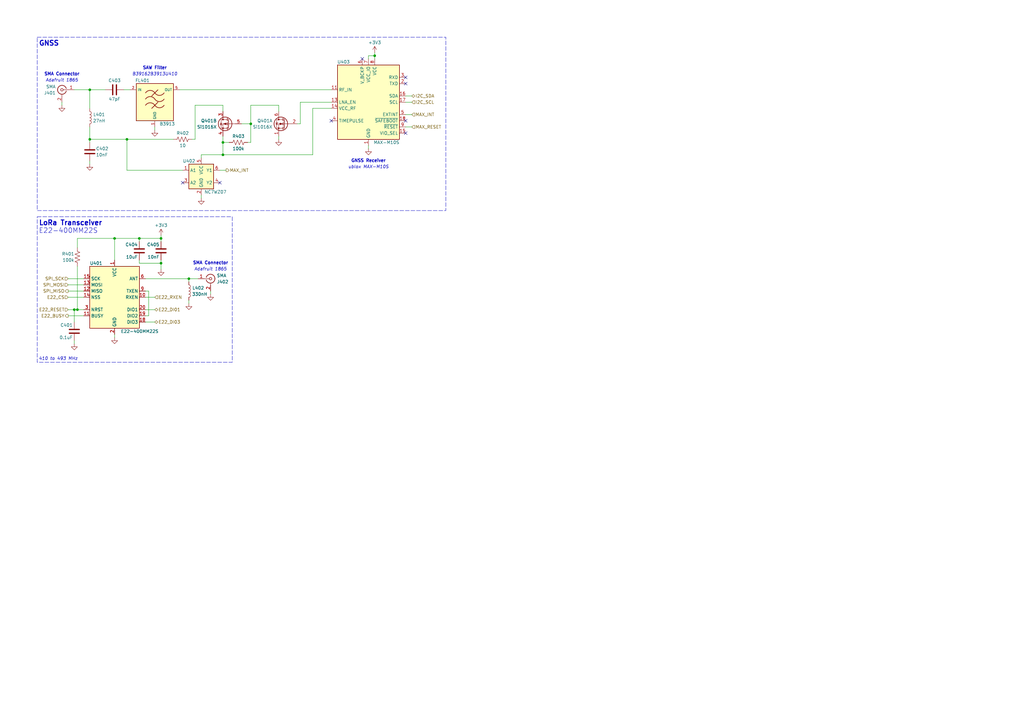
<source format=kicad_sch>
(kicad_sch
	(version 20231120)
	(generator "eeschema")
	(generator_version "8.0")
	(uuid "25e87aab-0877-4568-a426-1d554c854643")
	(paper "A3")
	(title_block
		(title "MIDAS RF MK2")
		(date "2024-11-29")
		(rev "A")
		(company "Illinois Space Society")
		(comment 4 "Contributors: Thomas McManamen")
	)
	(lib_symbols
		(symbol "Buffer_Onsemi:NC7WZ07"
			(exclude_from_sim no)
			(in_bom yes)
			(on_board yes)
			(property "Reference" "U"
				(at -5.08 6.35 0)
				(effects
					(font
						(size 1.27 1.27)
					)
				)
			)
			(property "Value" "NC7WZ07"
				(at 6.35 -6.35 0)
				(effects
					(font
						(size 1.27 1.27)
					)
				)
			)
			(property "Footprint" "Package_TO_SOT_SMD:SOT-363_SC-70-6"
				(at 0 -15.24 0)
				(effects
					(font
						(size 1.27 1.27)
					)
					(hide yes)
				)
			)
			(property "Datasheet" "https://www.onsemi.com/pdf/datasheet/nc7wz07-d.pdf"
				(at 1.27 -12.7 0)
				(effects
					(font
						(size 1.27 1.27)
					)
					(hide yes)
				)
			)
			(property "Description" "TinyLogic, UHS Dual Buffer, Open-Drain Outputs, SC-70-6"
				(at 0 -17.78 0)
				(effects
					(font
						(size 1.27 1.27)
					)
					(hide yes)
				)
			)
			(property "ki_keywords" "NC7WZ07 TinyLogic UHS Dual Buffer Open Drain"
				(at 0 0 0)
				(effects
					(font
						(size 1.27 1.27)
					)
					(hide yes)
				)
			)
			(symbol "NC7WZ07_0_0"
				(pin input line
					(at -7.62 2.54 0)
					(length 2.54)
					(name "A1"
						(effects
							(font
								(size 1.27 1.27)
							)
						)
					)
					(number "1"
						(effects
							(font
								(size 1.27 1.27)
							)
						)
					)
				)
				(pin power_in line
					(at 0 -7.62 90)
					(length 2.54)
					(name "GND"
						(effects
							(font
								(size 1.27 1.27)
							)
						)
					)
					(number "2"
						(effects
							(font
								(size 1.27 1.27)
							)
						)
					)
				)
				(pin input line
					(at -7.62 -2.54 0)
					(length 2.54)
					(name "A2"
						(effects
							(font
								(size 1.27 1.27)
							)
						)
					)
					(number "3"
						(effects
							(font
								(size 1.27 1.27)
							)
						)
					)
				)
				(pin output line
					(at 7.62 -2.54 180)
					(length 2.54)
					(name "Y2"
						(effects
							(font
								(size 1.27 1.27)
							)
						)
					)
					(number "4"
						(effects
							(font
								(size 1.27 1.27)
							)
						)
					)
				)
				(pin power_in line
					(at 0 7.62 270)
					(length 2.54)
					(name "VCC"
						(effects
							(font
								(size 1.27 1.27)
							)
						)
					)
					(number "5"
						(effects
							(font
								(size 1.27 1.27)
							)
						)
					)
				)
				(pin output line
					(at 7.62 2.54 180)
					(length 2.54)
					(name "Y1"
						(effects
							(font
								(size 1.27 1.27)
							)
						)
					)
					(number "6"
						(effects
							(font
								(size 1.27 1.27)
							)
						)
					)
				)
			)
			(symbol "NC7WZ07_1_1"
				(rectangle
					(start -5.08 5.08)
					(end 5.08 -5.08)
					(stroke
						(width 0.254)
						(type default)
					)
					(fill
						(type background)
					)
				)
			)
		)
		(symbol "Connector:Conn_Coaxial"
			(pin_names
				(offset 1.016) hide)
			(exclude_from_sim no)
			(in_bom yes)
			(on_board yes)
			(property "Reference" "J"
				(at 0.254 3.048 0)
				(effects
					(font
						(size 1.27 1.27)
					)
				)
			)
			(property "Value" "Conn_Coaxial"
				(at 2.921 0 90)
				(effects
					(font
						(size 1.27 1.27)
					)
				)
			)
			(property "Footprint" ""
				(at 0 0 0)
				(effects
					(font
						(size 1.27 1.27)
					)
					(hide yes)
				)
			)
			(property "Datasheet" " ~"
				(at 0 0 0)
				(effects
					(font
						(size 1.27 1.27)
					)
					(hide yes)
				)
			)
			(property "Description" "coaxial connector (BNC, SMA, SMB, SMC, Cinch/RCA, LEMO, ...)"
				(at 0 0 0)
				(effects
					(font
						(size 1.27 1.27)
					)
					(hide yes)
				)
			)
			(property "ki_keywords" "BNC SMA SMB SMC LEMO coaxial connector CINCH RCA"
				(at 0 0 0)
				(effects
					(font
						(size 1.27 1.27)
					)
					(hide yes)
				)
			)
			(property "ki_fp_filters" "*BNC* *SMA* *SMB* *SMC* *Cinch* *LEMO*"
				(at 0 0 0)
				(effects
					(font
						(size 1.27 1.27)
					)
					(hide yes)
				)
			)
			(symbol "Conn_Coaxial_0_1"
				(arc
					(start -1.778 -0.508)
					(mid 0.2311 -1.8066)
					(end 1.778 0)
					(stroke
						(width 0.254)
						(type default)
					)
					(fill
						(type none)
					)
				)
				(polyline
					(pts
						(xy -2.54 0) (xy -0.508 0)
					)
					(stroke
						(width 0)
						(type default)
					)
					(fill
						(type none)
					)
				)
				(polyline
					(pts
						(xy 0 -2.54) (xy 0 -1.778)
					)
					(stroke
						(width 0)
						(type default)
					)
					(fill
						(type none)
					)
				)
				(circle
					(center 0 0)
					(radius 0.508)
					(stroke
						(width 0.2032)
						(type default)
					)
					(fill
						(type none)
					)
				)
				(arc
					(start 1.778 0)
					(mid 0.2099 1.8101)
					(end -1.778 0.508)
					(stroke
						(width 0.254)
						(type default)
					)
					(fill
						(type none)
					)
				)
			)
			(symbol "Conn_Coaxial_1_1"
				(pin passive line
					(at -5.08 0 0)
					(length 2.54)
					(name "In"
						(effects
							(font
								(size 1.27 1.27)
							)
						)
					)
					(number "1"
						(effects
							(font
								(size 1.27 1.27)
							)
						)
					)
				)
				(pin passive line
					(at 0 -5.08 90)
					(length 2.54)
					(name "Ext"
						(effects
							(font
								(size 1.27 1.27)
							)
						)
					)
					(number "2"
						(effects
							(font
								(size 1.27 1.27)
							)
						)
					)
				)
			)
		)
		(symbol "D24V50F5:C"
			(pin_numbers hide)
			(pin_names
				(offset 0.254)
			)
			(exclude_from_sim no)
			(in_bom yes)
			(on_board yes)
			(property "Reference" "C"
				(at 0.635 2.54 0)
				(effects
					(font
						(size 1.27 1.27)
					)
					(justify left)
				)
			)
			(property "Value" "C"
				(at 0.635 -2.54 0)
				(effects
					(font
						(size 1.27 1.27)
					)
					(justify left)
				)
			)
			(property "Footprint" ""
				(at 0.9652 -3.81 0)
				(effects
					(font
						(size 1.27 1.27)
					)
					(hide yes)
				)
			)
			(property "Datasheet" "~"
				(at 0 0 0)
				(effects
					(font
						(size 1.27 1.27)
					)
					(hide yes)
				)
			)
			(property "Description" "Unpolarized capacitor"
				(at 0 0 0)
				(effects
					(font
						(size 1.27 1.27)
					)
					(hide yes)
				)
			)
			(property "ki_keywords" "cap capacitor"
				(at 0 0 0)
				(effects
					(font
						(size 1.27 1.27)
					)
					(hide yes)
				)
			)
			(property "ki_fp_filters" "C_*"
				(at 0 0 0)
				(effects
					(font
						(size 1.27 1.27)
					)
					(hide yes)
				)
			)
			(symbol "C_0_1"
				(polyline
					(pts
						(xy -2.032 -0.762) (xy 2.032 -0.762)
					)
					(stroke
						(width 0.508)
						(type default)
					)
					(fill
						(type none)
					)
				)
				(polyline
					(pts
						(xy -2.032 0.762) (xy 2.032 0.762)
					)
					(stroke
						(width 0.508)
						(type default)
					)
					(fill
						(type none)
					)
				)
			)
			(symbol "C_1_1"
				(pin passive line
					(at 0 3.81 270)
					(length 2.794)
					(name "~"
						(effects
							(font
								(size 1.27 1.27)
							)
						)
					)
					(number "1"
						(effects
							(font
								(size 1.27 1.27)
							)
						)
					)
				)
				(pin passive line
					(at 0 -3.81 90)
					(length 2.794)
					(name "~"
						(effects
							(font
								(size 1.27 1.27)
							)
						)
					)
					(number "2"
						(effects
							(font
								(size 1.27 1.27)
							)
						)
					)
				)
			)
		)
		(symbol "Device:C"
			(pin_numbers hide)
			(pin_names
				(offset 0.254)
			)
			(exclude_from_sim no)
			(in_bom yes)
			(on_board yes)
			(property "Reference" "C"
				(at 0.635 2.54 0)
				(effects
					(font
						(size 1.27 1.27)
					)
					(justify left)
				)
			)
			(property "Value" "C"
				(at 0.635 -2.54 0)
				(effects
					(font
						(size 1.27 1.27)
					)
					(justify left)
				)
			)
			(property "Footprint" ""
				(at 0.9652 -3.81 0)
				(effects
					(font
						(size 1.27 1.27)
					)
					(hide yes)
				)
			)
			(property "Datasheet" "~"
				(at 0 0 0)
				(effects
					(font
						(size 1.27 1.27)
					)
					(hide yes)
				)
			)
			(property "Description" "Unpolarized capacitor"
				(at 0 0 0)
				(effects
					(font
						(size 1.27 1.27)
					)
					(hide yes)
				)
			)
			(property "ki_keywords" "cap capacitor"
				(at 0 0 0)
				(effects
					(font
						(size 1.27 1.27)
					)
					(hide yes)
				)
			)
			(property "ki_fp_filters" "C_*"
				(at 0 0 0)
				(effects
					(font
						(size 1.27 1.27)
					)
					(hide yes)
				)
			)
			(symbol "C_0_1"
				(polyline
					(pts
						(xy -2.032 -0.762) (xy 2.032 -0.762)
					)
					(stroke
						(width 0.508)
						(type default)
					)
					(fill
						(type none)
					)
				)
				(polyline
					(pts
						(xy -2.032 0.762) (xy 2.032 0.762)
					)
					(stroke
						(width 0.508)
						(type default)
					)
					(fill
						(type none)
					)
				)
			)
			(symbol "C_1_1"
				(pin passive line
					(at 0 3.81 270)
					(length 2.794)
					(name "~"
						(effects
							(font
								(size 1.27 1.27)
							)
						)
					)
					(number "1"
						(effects
							(font
								(size 1.27 1.27)
							)
						)
					)
				)
				(pin passive line
					(at 0 -3.81 90)
					(length 2.794)
					(name "~"
						(effects
							(font
								(size 1.27 1.27)
							)
						)
					)
					(number "2"
						(effects
							(font
								(size 1.27 1.27)
							)
						)
					)
				)
			)
		)
		(symbol "Device:L"
			(pin_numbers hide)
			(pin_names
				(offset 1.016) hide)
			(exclude_from_sim no)
			(in_bom yes)
			(on_board yes)
			(property "Reference" "L"
				(at -1.27 0 90)
				(effects
					(font
						(size 1.27 1.27)
					)
				)
			)
			(property "Value" "L"
				(at 1.905 0 90)
				(effects
					(font
						(size 1.27 1.27)
					)
				)
			)
			(property "Footprint" ""
				(at 0 0 0)
				(effects
					(font
						(size 1.27 1.27)
					)
					(hide yes)
				)
			)
			(property "Datasheet" "~"
				(at 0 0 0)
				(effects
					(font
						(size 1.27 1.27)
					)
					(hide yes)
				)
			)
			(property "Description" "Inductor"
				(at 0 0 0)
				(effects
					(font
						(size 1.27 1.27)
					)
					(hide yes)
				)
			)
			(property "ki_keywords" "inductor choke coil reactor magnetic"
				(at 0 0 0)
				(effects
					(font
						(size 1.27 1.27)
					)
					(hide yes)
				)
			)
			(property "ki_fp_filters" "Choke_* *Coil* Inductor_* L_*"
				(at 0 0 0)
				(effects
					(font
						(size 1.27 1.27)
					)
					(hide yes)
				)
			)
			(symbol "L_0_1"
				(arc
					(start 0 -2.54)
					(mid 0.6323 -1.905)
					(end 0 -1.27)
					(stroke
						(width 0)
						(type default)
					)
					(fill
						(type none)
					)
				)
				(arc
					(start 0 -1.27)
					(mid 0.6323 -0.635)
					(end 0 0)
					(stroke
						(width 0)
						(type default)
					)
					(fill
						(type none)
					)
				)
				(arc
					(start 0 0)
					(mid 0.6323 0.635)
					(end 0 1.27)
					(stroke
						(width 0)
						(type default)
					)
					(fill
						(type none)
					)
				)
				(arc
					(start 0 1.27)
					(mid 0.6323 1.905)
					(end 0 2.54)
					(stroke
						(width 0)
						(type default)
					)
					(fill
						(type none)
					)
				)
			)
			(symbol "L_1_1"
				(pin passive line
					(at 0 3.81 270)
					(length 1.27)
					(name "1"
						(effects
							(font
								(size 1.27 1.27)
							)
						)
					)
					(number "1"
						(effects
							(font
								(size 1.27 1.27)
							)
						)
					)
				)
				(pin passive line
					(at 0 -3.81 90)
					(length 1.27)
					(name "2"
						(effects
							(font
								(size 1.27 1.27)
							)
						)
					)
					(number "2"
						(effects
							(font
								(size 1.27 1.27)
							)
						)
					)
				)
			)
		)
		(symbol "Device:R_US"
			(pin_numbers hide)
			(pin_names
				(offset 0)
			)
			(exclude_from_sim no)
			(in_bom yes)
			(on_board yes)
			(property "Reference" "R"
				(at 2.54 0 90)
				(effects
					(font
						(size 1.27 1.27)
					)
				)
			)
			(property "Value" "R_US"
				(at -2.54 0 90)
				(effects
					(font
						(size 1.27 1.27)
					)
				)
			)
			(property "Footprint" ""
				(at 1.016 -0.254 90)
				(effects
					(font
						(size 1.27 1.27)
					)
					(hide yes)
				)
			)
			(property "Datasheet" "~"
				(at 0 0 0)
				(effects
					(font
						(size 1.27 1.27)
					)
					(hide yes)
				)
			)
			(property "Description" "Resistor, US symbol"
				(at 0 0 0)
				(effects
					(font
						(size 1.27 1.27)
					)
					(hide yes)
				)
			)
			(property "ki_keywords" "R res resistor"
				(at 0 0 0)
				(effects
					(font
						(size 1.27 1.27)
					)
					(hide yes)
				)
			)
			(property "ki_fp_filters" "R_*"
				(at 0 0 0)
				(effects
					(font
						(size 1.27 1.27)
					)
					(hide yes)
				)
			)
			(symbol "R_US_0_1"
				(polyline
					(pts
						(xy 0 -2.286) (xy 0 -2.54)
					)
					(stroke
						(width 0)
						(type default)
					)
					(fill
						(type none)
					)
				)
				(polyline
					(pts
						(xy 0 2.286) (xy 0 2.54)
					)
					(stroke
						(width 0)
						(type default)
					)
					(fill
						(type none)
					)
				)
				(polyline
					(pts
						(xy 0 -0.762) (xy 1.016 -1.143) (xy 0 -1.524) (xy -1.016 -1.905) (xy 0 -2.286)
					)
					(stroke
						(width 0)
						(type default)
					)
					(fill
						(type none)
					)
				)
				(polyline
					(pts
						(xy 0 0.762) (xy 1.016 0.381) (xy 0 0) (xy -1.016 -0.381) (xy 0 -0.762)
					)
					(stroke
						(width 0)
						(type default)
					)
					(fill
						(type none)
					)
				)
				(polyline
					(pts
						(xy 0 2.286) (xy 1.016 1.905) (xy 0 1.524) (xy -1.016 1.143) (xy 0 0.762)
					)
					(stroke
						(width 0)
						(type default)
					)
					(fill
						(type none)
					)
				)
			)
			(symbol "R_US_1_1"
				(pin passive line
					(at 0 3.81 270)
					(length 1.27)
					(name "~"
						(effects
							(font
								(size 1.27 1.27)
							)
						)
					)
					(number "1"
						(effects
							(font
								(size 1.27 1.27)
							)
						)
					)
				)
				(pin passive line
					(at 0 -3.81 90)
					(length 1.27)
					(name "~"
						(effects
							(font
								(size 1.27 1.27)
							)
						)
					)
					(number "2"
						(effects
							(font
								(size 1.27 1.27)
							)
						)
					)
				)
			)
		)
		(symbol "RF_Filter_Qualcomm:B3913"
			(exclude_from_sim no)
			(in_bom yes)
			(on_board yes)
			(property "Reference" "FL"
				(at -6.35 8.89 0)
				(effects
					(font
						(size 1.27 1.27)
					)
				)
			)
			(property "Value" "B3913"
				(at 7.62 8.89 0)
				(effects
					(font
						(size 1.27 1.27)
					)
					(justify right)
				)
			)
			(property "Footprint" "RF_Filter_Qualcomm:Qualcomm_SMD-6"
				(at 0 -21.59 0)
				(effects
					(font
						(size 1.27 1.27)
					)
					(hide yes)
				)
			)
			(property "Datasheet" "https://mm.digikey.com/Volume0/opasdata/d220001/medias/docus/4271/B39162B3913U410_DS.pdf"
				(at 0 -24.13 0)
				(effects
					(font
						(size 1.27 1.27)
					)
					(hide yes)
				)
			)
			(property "Description" "SAW RF filter GPS/GLONASS/Galileo Center 1588MHz Qualcomm"
				(at 0 0 0)
				(effects
					(font
						(size 1.27 1.27)
					)
					(hide yes)
				)
			)
			(property "ki_keywords" "SAW RF filter GPS/GLONASS/Galileo Center 1588MHz Qualcomm"
				(at 0 0 0)
				(effects
					(font
						(size 1.27 1.27)
					)
					(hide yes)
				)
			)
			(symbol "B3913_0_0"
				(rectangle
					(start -7.62 7.62)
					(end 7.62 -7.62)
					(stroke
						(width 0.254)
						(type default)
					)
					(fill
						(type background)
					)
				)
				(pin input line
					(at -10.16 5.08 0)
					(length 2.54)
					(name "IN"
						(effects
							(font
								(size 1.016 1.016)
							)
						)
					)
					(number "2"
						(effects
							(font
								(size 1.016 1.016)
							)
						)
					)
				)
				(pin output line
					(at 10.16 5.08 180)
					(length 2.54)
					(name "OUT"
						(effects
							(font
								(size 1.016 1.016)
							)
						)
					)
					(number "5"
						(effects
							(font
								(size 1.016 1.016)
							)
						)
					)
				)
			)
			(symbol "B3913_0_1"
				(arc
					(start 0 -1.2699)
					(mid -1.905 -0.2504)
					(end -3.81 -1.2699)
					(stroke
						(width 0.254)
						(type default)
					)
					(fill
						(type none)
					)
				)
				(arc
					(start 0 -1.2699)
					(mid 1.905 -2.2894)
					(end 3.81 -1.2699)
					(stroke
						(width 0.254)
						(type default)
					)
					(fill
						(type none)
					)
				)
				(polyline
					(pts
						(xy -1.27 -2.5399) (xy 1.27 0.0001)
					)
					(stroke
						(width 0.254)
						(type default)
					)
					(fill
						(type none)
					)
				)
				(polyline
					(pts
						(xy -1.27 2.5401) (xy 1.27 5.0801)
					)
					(stroke
						(width 0.254)
						(type default)
					)
					(fill
						(type none)
					)
				)
				(arc
					(start 0 1.2701)
					(mid -1.905 2.2896)
					(end -3.81 1.2701)
					(stroke
						(width 0.254)
						(type default)
					)
					(fill
						(type none)
					)
				)
				(arc
					(start 0 1.2701)
					(mid 1.905 0.2506)
					(end 3.81 1.2701)
					(stroke
						(width 0.254)
						(type default)
					)
					(fill
						(type none)
					)
				)
				(arc
					(start 0 3.8101)
					(mid -1.905 4.8296)
					(end -3.81 3.8101)
					(stroke
						(width 0.254)
						(type default)
					)
					(fill
						(type none)
					)
				)
				(arc
					(start 0 3.8101)
					(mid 1.905 2.7906)
					(end 3.81 3.8101)
					(stroke
						(width 0.254)
						(type default)
					)
					(fill
						(type none)
					)
				)
			)
			(symbol "B3913_1_0"
				(pin power_in line
					(at 0 -10.16 90)
					(length 2.54)
					(name "GND"
						(effects
							(font
								(size 1.016 1.016)
							)
						)
					)
					(number "1"
						(effects
							(font
								(size 1.016 1.016)
							)
						)
					)
				)
				(pin power_in line
					(at 0 -10.16 90)
					(length 2.54) hide
					(name "GND"
						(effects
							(font
								(size 1.016 1.016)
							)
						)
					)
					(number "3"
						(effects
							(font
								(size 1.016 1.016)
							)
						)
					)
				)
				(pin power_in line
					(at 0 -10.16 90)
					(length 2.54) hide
					(name "GND"
						(effects
							(font
								(size 1.016 1.016)
							)
						)
					)
					(number "4"
						(effects
							(font
								(size 1.016 1.016)
							)
						)
					)
				)
				(pin power_in line
					(at 0 -10.16 90)
					(length 2.54) hide
					(name "GND"
						(effects
							(font
								(size 1.016 1.016)
							)
						)
					)
					(number "6"
						(effects
							(font
								(size 1.016 1.016)
							)
						)
					)
				)
			)
		)
		(symbol "RF_GPS:MAX-M10S"
			(exclude_from_sim no)
			(in_bom yes)
			(on_board yes)
			(property "Reference" "U404"
				(at 7.62 16.51 0)
				(effects
					(font
						(size 1.27 1.27)
					)
					(justify left)
				)
			)
			(property "Value" "MAX-M10S"
				(at -12.7 -16.51 0)
				(effects
					(font
						(size 1.27 1.27)
					)
					(justify left)
				)
			)
			(property "Footprint" "RF_GPS:ublox_MAX"
				(at 10.16 -16.51 0)
				(effects
					(font
						(size 1.27 1.27)
					)
					(hide yes)
				)
			)
			(property "Datasheet" "https://content.u-blox.com/sites/default/files/MAX-M10S_DataSheet_UBX-20035208.pdf"
				(at 0 0 0)
				(effects
					(font
						(size 1.27 1.27)
					)
					(hide yes)
				)
			)
			(property "Description" "GNSS Module MAX M10, VCC 1.65V to 3.6V"
				(at 0 0 0)
				(effects
					(font
						(size 1.27 1.27)
					)
					(hide yes)
				)
			)
			(property "ki_keywords" "ublox GPS GNSS module"
				(at 0 0 0)
				(effects
					(font
						(size 1.27 1.27)
					)
					(hide yes)
				)
			)
			(property "ki_fp_filters" "ublox?MAX*"
				(at 0 0 0)
				(effects
					(font
						(size 1.27 1.27)
					)
					(hide yes)
				)
			)
			(symbol "MAX-M10S_0_1"
				(rectangle
					(start 12.7 15.24)
					(end -12.7 -15.24)
					(stroke
						(width 0.254)
						(type default)
					)
					(fill
						(type background)
					)
				)
			)
			(symbol "MAX-M10S_1_1"
				(pin power_in line
					(at 0 -17.78 90)
					(length 2.54)
					(name "GND"
						(effects
							(font
								(size 1.27 1.27)
							)
						)
					)
					(number "1"
						(effects
							(font
								(size 1.27 1.27)
							)
						)
					)
				)
				(pin passive line
					(at 0 -17.78 90)
					(length 2.54) hide
					(name "GND"
						(effects
							(font
								(size 1.27 1.27)
							)
						)
					)
					(number "10"
						(effects
							(font
								(size 1.27 1.27)
							)
						)
					)
				)
				(pin input line
					(at 15.24 5.08 180)
					(length 2.54)
					(name "RF_IN"
						(effects
							(font
								(size 1.27 1.27)
							)
						)
					)
					(number "11"
						(effects
							(font
								(size 1.27 1.27)
							)
						)
					)
				)
				(pin passive line
					(at 0 -17.78 90)
					(length 2.54) hide
					(name "GND"
						(effects
							(font
								(size 1.27 1.27)
							)
						)
					)
					(number "12"
						(effects
							(font
								(size 1.27 1.27)
							)
						)
					)
				)
				(pin output line
					(at 15.24 0 180)
					(length 2.54)
					(name "LNA_EN"
						(effects
							(font
								(size 1.27 1.27)
							)
						)
					)
					(number "13"
						(effects
							(font
								(size 1.27 1.27)
							)
						)
					)
				)
				(pin power_out line
					(at 15.24 -2.54 180)
					(length 2.54)
					(name "VCC_RF"
						(effects
							(font
								(size 1.27 1.27)
							)
						)
					)
					(number "14"
						(effects
							(font
								(size 1.27 1.27)
							)
						)
					)
				)
				(pin input line
					(at -15.24 -12.7 0)
					(length 2.54)
					(name "VIO_SEL"
						(effects
							(font
								(size 1.27 1.27)
							)
						)
					)
					(number "15"
						(effects
							(font
								(size 1.27 1.27)
							)
						)
					)
				)
				(pin bidirectional line
					(at -15.24 2.54 0)
					(length 2.54)
					(name "SDA"
						(effects
							(font
								(size 1.27 1.27)
							)
						)
					)
					(number "16"
						(effects
							(font
								(size 1.27 1.27)
							)
						)
					)
				)
				(pin input line
					(at -15.24 0 0)
					(length 2.54)
					(name "SCL"
						(effects
							(font
								(size 1.27 1.27)
							)
						)
					)
					(number "17"
						(effects
							(font
								(size 1.27 1.27)
							)
						)
					)
				)
				(pin input line
					(at -15.24 -7.62 0)
					(length 2.54)
					(name "~{SAFEBOOT}"
						(effects
							(font
								(size 1.27 1.27)
							)
						)
					)
					(number "18"
						(effects
							(font
								(size 1.27 1.27)
							)
						)
					)
				)
				(pin output line
					(at -15.24 7.62 0)
					(length 2.54)
					(name "TXD"
						(effects
							(font
								(size 1.27 1.27)
							)
						)
					)
					(number "2"
						(effects
							(font
								(size 1.27 1.27)
							)
						)
					)
				)
				(pin input line
					(at -15.24 10.16 0)
					(length 2.54)
					(name "RXD"
						(effects
							(font
								(size 1.27 1.27)
							)
						)
					)
					(number "3"
						(effects
							(font
								(size 1.27 1.27)
							)
						)
					)
				)
				(pin output line
					(at 15.24 -7.62 180)
					(length 2.54)
					(name "TIMEPULSE"
						(effects
							(font
								(size 1.27 1.27)
							)
						)
					)
					(number "4"
						(effects
							(font
								(size 1.27 1.27)
							)
						)
					)
				)
				(pin input line
					(at -15.24 -5.08 0)
					(length 2.54)
					(name "EXTINT"
						(effects
							(font
								(size 1.27 1.27)
							)
						)
					)
					(number "5"
						(effects
							(font
								(size 1.27 1.27)
							)
						)
					)
				)
				(pin power_in line
					(at 2.54 17.78 270)
					(length 2.54)
					(name "V_BCKP"
						(effects
							(font
								(size 1.27 1.27)
							)
						)
					)
					(number "6"
						(effects
							(font
								(size 1.27 1.27)
							)
						)
					)
				)
				(pin power_in line
					(at 0 17.78 270)
					(length 2.54)
					(name "VCC_IO"
						(effects
							(font
								(size 1.27 1.27)
							)
						)
					)
					(number "7"
						(effects
							(font
								(size 1.27 1.27)
							)
						)
					)
				)
				(pin power_in line
					(at -2.54 17.78 270)
					(length 2.54)
					(name "VCC"
						(effects
							(font
								(size 1.27 1.27)
							)
						)
					)
					(number "8"
						(effects
							(font
								(size 1.27 1.27)
							)
						)
					)
				)
				(pin input line
					(at -15.24 -10.16 0)
					(length 2.54)
					(name "~{RESET}"
						(effects
							(font
								(size 1.27 1.27)
							)
						)
					)
					(number "9"
						(effects
							(font
								(size 1.27 1.27)
							)
						)
					)
				)
			)
		)
		(symbol "RF_Module_Ebyte:E22-400MM22S"
			(exclude_from_sim no)
			(in_bom yes)
			(on_board yes)
			(property "Reference" "U"
				(at -8.89 13.97 0)
				(effects
					(font
						(size 1.27 1.27)
					)
				)
			)
			(property "Value" "E22-400MM22S"
				(at 8.89 -13.97 0)
				(effects
					(font
						(size 1.27 1.27)
					)
				)
			)
			(property "Footprint" "RF_Module_Ebyte:E22-400MM22S"
				(at 0 -30.48 0)
				(effects
					(font
						(size 1.27 1.27)
						(italic yes)
					)
					(hide yes)
				)
			)
			(property "Datasheet" "https://www.cdebyte.com/products/E22-400MM22S/"
				(at 0 -33.02 0)
				(effects
					(font
						(size 1.27 1.27)
						(italic yes)
					)
					(hide yes)
				)
			)
			(property "Description" "433/470MHz, LoRa Module, SX1268"
				(at 0 -35.56 0)
				(effects
					(font
						(size 1.27 1.27)
					)
					(hide yes)
				)
			)
			(property "ki_keywords" "E22-400MM22S 433/470MHz LoRa Module SX1268"
				(at 0 0 0)
				(effects
					(font
						(size 1.27 1.27)
					)
					(hide yes)
				)
			)
			(property "ki_fp_filters" "MOD20_E22-400MM22S_CGD MOD20_E22-400MM22S_CGD-M MOD20_E22-400MM22S_CGD-L"
				(at 0 0 0)
				(effects
					(font
						(size 1.27 1.27)
					)
					(hide yes)
				)
			)
			(symbol "E22-400MM22S_1_1"
				(rectangle
					(start -10.16 12.7)
					(end 10.16 -12.7)
					(stroke
						(width 0.254)
						(type default)
					)
					(fill
						(type background)
					)
				)
				(pin power_in line
					(at 0 15.24 270)
					(length 2.54)
					(name "VCC"
						(effects
							(font
								(size 1.27 1.27)
							)
						)
					)
					(number "1"
						(effects
							(font
								(size 1.27 1.27)
							)
						)
					)
				)
				(pin input line
					(at 12.7 0 180)
					(length 2.54)
					(name "RXEN"
						(effects
							(font
								(size 1.27 1.27)
							)
						)
					)
					(number "10"
						(effects
							(font
								(size 1.27 1.27)
							)
						)
					)
				)
				(pin output line
					(at -12.7 -7.62 0)
					(length 2.54)
					(name "BUSY"
						(effects
							(font
								(size 1.27 1.27)
							)
						)
					)
					(number "11"
						(effects
							(font
								(size 1.27 1.27)
							)
						)
					)
				)
				(pin output line
					(at -12.7 2.54 0)
					(length 2.54)
					(name "MISO"
						(effects
							(font
								(size 1.27 1.27)
							)
						)
					)
					(number "12"
						(effects
							(font
								(size 1.27 1.27)
							)
						)
					)
				)
				(pin input line
					(at -12.7 5.08 0)
					(length 2.54)
					(name "MOSI"
						(effects
							(font
								(size 1.27 1.27)
							)
						)
					)
					(number "13"
						(effects
							(font
								(size 1.27 1.27)
							)
						)
					)
				)
				(pin input line
					(at -12.7 0 0)
					(length 2.54)
					(name "NSS"
						(effects
							(font
								(size 1.27 1.27)
							)
						)
					)
					(number "14"
						(effects
							(font
								(size 1.27 1.27)
							)
						)
					)
				)
				(pin input line
					(at -12.7 7.62 0)
					(length 2.54)
					(name "SCK"
						(effects
							(font
								(size 1.27 1.27)
							)
						)
					)
					(number "15"
						(effects
							(font
								(size 1.27 1.27)
							)
						)
					)
				)
				(pin passive line
					(at 0 -15.24 90)
					(length 2.54) hide
					(name "GND"
						(effects
							(font
								(size 1.27 1.27)
							)
						)
					)
					(number "16"
						(effects
							(font
								(size 1.27 1.27)
							)
						)
					)
				)
				(pin no_connect line
					(at -10.16 -10.16 0)
					(length 2.54) hide
					(name "NC"
						(effects
							(font
								(size 1.27 1.27)
							)
						)
					)
					(number "17"
						(effects
							(font
								(size 1.27 1.27)
							)
						)
					)
				)
				(pin bidirectional line
					(at 12.7 -10.16 180)
					(length 2.54)
					(name "DIO3"
						(effects
							(font
								(size 1.27 1.27)
							)
						)
					)
					(number "18"
						(effects
							(font
								(size 1.27 1.27)
							)
						)
					)
				)
				(pin bidirectional line
					(at 12.7 -7.62 180)
					(length 2.54)
					(name "DIO2"
						(effects
							(font
								(size 1.27 1.27)
							)
						)
					)
					(number "19"
						(effects
							(font
								(size 1.27 1.27)
							)
						)
					)
				)
				(pin power_in line
					(at 0 -15.24 90)
					(length 2.54)
					(name "GND"
						(effects
							(font
								(size 1.27 1.27)
							)
						)
					)
					(number "2"
						(effects
							(font
								(size 1.27 1.27)
							)
						)
					)
				)
				(pin bidirectional line
					(at 12.7 -5.08 180)
					(length 2.54)
					(name "DIO1"
						(effects
							(font
								(size 1.27 1.27)
							)
						)
					)
					(number "20"
						(effects
							(font
								(size 1.27 1.27)
							)
						)
					)
				)
				(pin input line
					(at -12.7 -5.08 0)
					(length 2.54)
					(name "NRST"
						(effects
							(font
								(size 1.27 1.27)
							)
						)
					)
					(number "3"
						(effects
							(font
								(size 1.27 1.27)
							)
						)
					)
				)
				(pin no_connect line
					(at -10.16 -10.16 0)
					(length 2.54) hide
					(name "NC"
						(effects
							(font
								(size 1.27 1.27)
							)
						)
					)
					(number "4"
						(effects
							(font
								(size 1.27 1.27)
							)
						)
					)
				)
				(pin no_connect line
					(at -10.16 -10.16 0)
					(length 2.54) hide
					(name "NC"
						(effects
							(font
								(size 1.27 1.27)
							)
						)
					)
					(number "5"
						(effects
							(font
								(size 1.27 1.27)
							)
						)
					)
				)
				(pin unspecified line
					(at 12.7 7.62 180)
					(length 2.54)
					(name "ANT"
						(effects
							(font
								(size 1.27 1.27)
							)
						)
					)
					(number "6"
						(effects
							(font
								(size 1.27 1.27)
							)
						)
					)
				)
				(pin passive line
					(at 0 -15.24 90)
					(length 2.54) hide
					(name "GND"
						(effects
							(font
								(size 1.27 1.27)
							)
						)
					)
					(number "7"
						(effects
							(font
								(size 1.27 1.27)
							)
						)
					)
				)
				(pin no_connect line
					(at -10.16 -10.16 0)
					(length 2.54) hide
					(name "NC"
						(effects
							(font
								(size 1.27 1.27)
							)
						)
					)
					(number "8"
						(effects
							(font
								(size 1.27 1.27)
							)
						)
					)
				)
				(pin input line
					(at 12.7 2.54 180)
					(length 2.54)
					(name "TXEN"
						(effects
							(font
								(size 1.27 1.27)
							)
						)
					)
					(number "9"
						(effects
							(font
								(size 1.27 1.27)
							)
						)
					)
				)
			)
		)
		(symbol "Transistor_FET_Vishay:Si1016X"
			(pin_names hide)
			(exclude_from_sim no)
			(in_bom yes)
			(on_board yes)
			(property "Reference" "Q"
				(at 5.08 1.905 0)
				(effects
					(font
						(size 1.27 1.27)
					)
					(justify left)
				)
			)
			(property "Value" "Si1016X"
				(at 5.08 0 0)
				(effects
					(font
						(size 1.27 1.27)
					)
					(justify left)
				)
			)
			(property "Footprint" "Package_TO_SOT_SMD:SOT-563"
				(at 0 -20.32 0)
				(effects
					(font
						(size 1.27 1.27)
						(italic yes)
					)
					(hide yes)
				)
			)
			(property "Datasheet" "https://www.vishay.com/docs/71168/si1016x.pdf"
				(at 0 -22.86 0)
				(effects
					(font
						(size 1.27 1.27)
					)
					(hide yes)
				)
			)
			(property "Description" "Mosfet Array, N-Channel, P-Channel, 20V, 485mA, SC-89 (SOT-563F)"
				(at 0 -17.78 0)
				(effects
					(font
						(size 1.27 1.27)
					)
					(hide yes)
				)
			)
			(property "ki_keywords" "Si1016X Complementary N-Channel P-Channel 20 V MOSFET"
				(at 0 0 0)
				(effects
					(font
						(size 1.27 1.27)
					)
					(hide yes)
				)
			)
			(property "ki_fp_filters" "SOIC*3.9x4.9mm*P1.27mm*"
				(at 0 0 0)
				(effects
					(font
						(size 1.27 1.27)
					)
					(hide yes)
				)
			)
			(symbol "Si1016X_0_1"
				(polyline
					(pts
						(xy 0.254 0) (xy -2.54 0)
					)
					(stroke
						(width 0)
						(type default)
					)
					(fill
						(type none)
					)
				)
				(polyline
					(pts
						(xy 0.254 1.905) (xy 0.254 -1.905)
					)
					(stroke
						(width 0.254)
						(type default)
					)
					(fill
						(type none)
					)
				)
				(polyline
					(pts
						(xy 0.762 -1.27) (xy 0.762 -2.286)
					)
					(stroke
						(width 0.254)
						(type default)
					)
					(fill
						(type none)
					)
				)
				(polyline
					(pts
						(xy 0.762 0.508) (xy 0.762 -0.508)
					)
					(stroke
						(width 0.254)
						(type default)
					)
					(fill
						(type none)
					)
				)
				(polyline
					(pts
						(xy 0.762 2.286) (xy 0.762 1.27)
					)
					(stroke
						(width 0.254)
						(type default)
					)
					(fill
						(type none)
					)
				)
				(polyline
					(pts
						(xy 2.54 2.54) (xy 2.54 1.778)
					)
					(stroke
						(width 0)
						(type default)
					)
					(fill
						(type none)
					)
				)
				(polyline
					(pts
						(xy 2.54 -2.54) (xy 2.54 0) (xy 0.762 0)
					)
					(stroke
						(width 0)
						(type default)
					)
					(fill
						(type none)
					)
				)
				(polyline
					(pts
						(xy 0.762 -1.778) (xy 3.302 -1.778) (xy 3.302 1.778) (xy 0.762 1.778)
					)
					(stroke
						(width 0)
						(type default)
					)
					(fill
						(type none)
					)
				)
				(circle
					(center 1.651 0)
					(radius 2.794)
					(stroke
						(width 0.254)
						(type default)
					)
					(fill
						(type none)
					)
				)
				(circle
					(center 2.54 -1.778)
					(radius 0.254)
					(stroke
						(width 0)
						(type default)
					)
					(fill
						(type outline)
					)
				)
				(circle
					(center 2.54 1.778)
					(radius 0.254)
					(stroke
						(width 0)
						(type default)
					)
					(fill
						(type outline)
					)
				)
			)
			(symbol "Si1016X_1_1"
				(polyline
					(pts
						(xy 1.016 0) (xy 2.032 0.381) (xy 2.032 -0.381) (xy 1.016 0)
					)
					(stroke
						(width 0)
						(type default)
					)
					(fill
						(type outline)
					)
				)
				(polyline
					(pts
						(xy 2.794 0.508) (xy 2.921 0.381) (xy 3.683 0.381) (xy 3.81 0.254)
					)
					(stroke
						(width 0)
						(type default)
					)
					(fill
						(type none)
					)
				)
				(polyline
					(pts
						(xy 3.302 0.381) (xy 2.921 -0.254) (xy 3.683 -0.254) (xy 3.302 0.381)
					)
					(stroke
						(width 0)
						(type default)
					)
					(fill
						(type none)
					)
				)
				(pin passive line
					(at 2.54 -5.08 90)
					(length 2.54)
					(name "S1"
						(effects
							(font
								(size 1.27 1.27)
							)
						)
					)
					(number "1"
						(effects
							(font
								(size 1.27 1.27)
							)
						)
					)
				)
				(pin input line
					(at -5.08 0 0)
					(length 2.54)
					(name "G2"
						(effects
							(font
								(size 1.27 1.27)
							)
						)
					)
					(number "2"
						(effects
							(font
								(size 1.27 1.27)
							)
						)
					)
				)
				(pin passive line
					(at 2.54 5.08 270)
					(length 2.54)
					(name "D1"
						(effects
							(font
								(size 1.27 1.27)
							)
						)
					)
					(number "6"
						(effects
							(font
								(size 1.27 1.27)
							)
						)
					)
				)
			)
			(symbol "Si1016X_2_1"
				(polyline
					(pts
						(xy 2.286 0) (xy 1.27 0.381) (xy 1.27 -0.381) (xy 2.286 0)
					)
					(stroke
						(width 0)
						(type default)
					)
					(fill
						(type outline)
					)
				)
				(polyline
					(pts
						(xy 2.794 -0.508) (xy 2.921 -0.381) (xy 3.683 -0.381) (xy 3.81 -0.254)
					)
					(stroke
						(width 0)
						(type default)
					)
					(fill
						(type none)
					)
				)
				(polyline
					(pts
						(xy 3.302 -0.381) (xy 2.921 0.254) (xy 3.683 0.254) (xy 3.302 -0.381)
					)
					(stroke
						(width 0)
						(type default)
					)
					(fill
						(type none)
					)
				)
				(pin passive line
					(at 2.54 5.08 270)
					(length 2.54)
					(name "D2"
						(effects
							(font
								(size 1.27 1.27)
							)
						)
					)
					(number "3"
						(effects
							(font
								(size 1.27 1.27)
							)
						)
					)
				)
				(pin passive line
					(at 2.54 -5.08 90)
					(length 2.54)
					(name "S2"
						(effects
							(font
								(size 1.27 1.27)
							)
						)
					)
					(number "4"
						(effects
							(font
								(size 1.27 1.27)
							)
						)
					)
				)
				(pin input line
					(at -5.08 0 0)
					(length 2.54)
					(name "G2"
						(effects
							(font
								(size 1.27 1.27)
							)
						)
					)
					(number "5"
						(effects
							(font
								(size 1.27 1.27)
							)
						)
					)
				)
			)
		)
		(symbol "power:+3V3"
			(power)
			(pin_names
				(offset 0)
			)
			(exclude_from_sim no)
			(in_bom yes)
			(on_board yes)
			(property "Reference" "#PWR"
				(at 0 -3.81 0)
				(effects
					(font
						(size 1.27 1.27)
					)
					(hide yes)
				)
			)
			(property "Value" "+3V3"
				(at 0 3.556 0)
				(effects
					(font
						(size 1.27 1.27)
					)
				)
			)
			(property "Footprint" ""
				(at 0 0 0)
				(effects
					(font
						(size 1.27 1.27)
					)
					(hide yes)
				)
			)
			(property "Datasheet" ""
				(at 0 0 0)
				(effects
					(font
						(size 1.27 1.27)
					)
					(hide yes)
				)
			)
			(property "Description" "Power symbol creates a global label with name \"+3V3\""
				(at 0 0 0)
				(effects
					(font
						(size 1.27 1.27)
					)
					(hide yes)
				)
			)
			(property "ki_keywords" "global power"
				(at 0 0 0)
				(effects
					(font
						(size 1.27 1.27)
					)
					(hide yes)
				)
			)
			(symbol "+3V3_0_1"
				(polyline
					(pts
						(xy -0.762 1.27) (xy 0 2.54)
					)
					(stroke
						(width 0)
						(type default)
					)
					(fill
						(type none)
					)
				)
				(polyline
					(pts
						(xy 0 0) (xy 0 2.54)
					)
					(stroke
						(width 0)
						(type default)
					)
					(fill
						(type none)
					)
				)
				(polyline
					(pts
						(xy 0 2.54) (xy 0.762 1.27)
					)
					(stroke
						(width 0)
						(type default)
					)
					(fill
						(type none)
					)
				)
			)
			(symbol "+3V3_1_1"
				(pin power_in line
					(at 0 0 90)
					(length 0) hide
					(name "+3V3"
						(effects
							(font
								(size 1.27 1.27)
							)
						)
					)
					(number "1"
						(effects
							(font
								(size 1.27 1.27)
							)
						)
					)
				)
			)
		)
		(symbol "power:GND"
			(power)
			(pin_names
				(offset 0)
			)
			(exclude_from_sim no)
			(in_bom yes)
			(on_board yes)
			(property "Reference" "#PWR"
				(at 0 -6.35 0)
				(effects
					(font
						(size 1.27 1.27)
					)
					(hide yes)
				)
			)
			(property "Value" "GND"
				(at 0 -3.81 0)
				(effects
					(font
						(size 1.27 1.27)
					)
				)
			)
			(property "Footprint" ""
				(at 0 0 0)
				(effects
					(font
						(size 1.27 1.27)
					)
					(hide yes)
				)
			)
			(property "Datasheet" ""
				(at 0 0 0)
				(effects
					(font
						(size 1.27 1.27)
					)
					(hide yes)
				)
			)
			(property "Description" "Power symbol creates a global label with name \"GND\" , ground"
				(at 0 0 0)
				(effects
					(font
						(size 1.27 1.27)
					)
					(hide yes)
				)
			)
			(property "ki_keywords" "global power"
				(at 0 0 0)
				(effects
					(font
						(size 1.27 1.27)
					)
					(hide yes)
				)
			)
			(symbol "GND_0_1"
				(polyline
					(pts
						(xy 0 0) (xy 0 -1.27) (xy 1.27 -1.27) (xy 0 -2.54) (xy -1.27 -1.27) (xy 0 -1.27)
					)
					(stroke
						(width 0)
						(type default)
					)
					(fill
						(type none)
					)
				)
			)
			(symbol "GND_1_1"
				(pin power_in line
					(at 0 0 270)
					(length 0) hide
					(name "GND"
						(effects
							(font
								(size 1.27 1.27)
							)
						)
					)
					(number "1"
						(effects
							(font
								(size 1.27 1.27)
							)
						)
					)
				)
			)
		)
	)
	(junction
		(at 57.15 97.79)
		(diameter 0)
		(color 0 0 0 0)
		(uuid "022257d2-70fd-4985-b73f-a009f2a5cc46")
	)
	(junction
		(at 91.44 58.42)
		(diameter 0)
		(color 0 0 0 0)
		(uuid "100d6aba-43eb-4e65-b879-4685c4420c08")
	)
	(junction
		(at 66.04 107.95)
		(diameter 0)
		(color 0 0 0 0)
		(uuid "105fa673-301d-4ffe-ac83-808871cb3089")
	)
	(junction
		(at 77.47 114.3)
		(diameter 0)
		(color 0 0 0 0)
		(uuid "59a05ad9-f824-4c41-948e-1828977b6372")
	)
	(junction
		(at 52.07 57.15)
		(diameter 0)
		(color 0 0 0 0)
		(uuid "758c54c7-d772-4f36-84b4-bced8c3fca4f")
	)
	(junction
		(at 91.44 63.5)
		(diameter 0)
		(color 0 0 0 0)
		(uuid "7616a41b-3251-4cf4-b963-56e5d2c7118c")
	)
	(junction
		(at 102.87 50.8)
		(diameter 0)
		(color 0 0 0 0)
		(uuid "84356a9f-d7ba-4305-90c3-37dc0764fc6c")
	)
	(junction
		(at 36.83 57.15)
		(diameter 0)
		(color 0 0 0 0)
		(uuid "98a1b21c-6423-4edb-9179-fd97f59276cd")
	)
	(junction
		(at 153.67 22.86)
		(diameter 0)
		(color 0 0 0 0)
		(uuid "a29efc4a-8e6f-4c51-aff9-fa52fbcb82c6")
	)
	(junction
		(at 46.99 97.79)
		(diameter 0)
		(color 0 0 0 0)
		(uuid "d953f4d9-a8c2-486a-a29f-2fdfedd14129")
	)
	(junction
		(at 30.48 127)
		(diameter 0)
		(color 0 0 0 0)
		(uuid "def58386-df63-4414-bb15-459f0c5e0f60")
	)
	(junction
		(at 31.75 127)
		(diameter 0)
		(color 0 0 0 0)
		(uuid "dfb4d99d-170a-4827-93c3-a483ef8f7cd6")
	)
	(junction
		(at 36.83 36.83)
		(diameter 0)
		(color 0 0 0 0)
		(uuid "ed7d1c3f-948c-4fb9-a28b-a6d1bd0caa94")
	)
	(junction
		(at 66.04 97.79)
		(diameter 0)
		(color 0 0 0 0)
		(uuid "f56761d8-e14b-4e24-8a97-e6c2e204969d")
	)
	(no_connect
		(at 166.37 31.75)
		(uuid "159d5b63-e4f2-49b2-8bff-7f1c0cfccde8")
	)
	(no_connect
		(at 166.37 49.53)
		(uuid "7004c313-eaff-4a1e-8105-a82716a35027")
	)
	(no_connect
		(at 135.89 49.53)
		(uuid "9977f16e-96d8-4c38-a0e6-ae66b5ff1a3e")
	)
	(no_connect
		(at 90.17 74.93)
		(uuid "b4ce8bc5-d1c3-4cee-b90c-92f3e0f32135")
	)
	(no_connect
		(at 148.59 24.13)
		(uuid "e9c18982-c77c-48a2-9686-c5bff9404ece")
	)
	(no_connect
		(at 166.37 54.61)
		(uuid "f30bb9d5-0827-4139-8c25-2d75d25ec4f4")
	)
	(no_connect
		(at 74.93 74.93)
		(uuid "f94a4e4c-05e3-4157-98f2-c90694e5e0e3")
	)
	(no_connect
		(at 166.37 34.29)
		(uuid "fbaeaf32-02ba-4712-b3f3-f201d67218c0")
	)
	(wire
		(pts
			(xy 27.94 121.92) (xy 34.29 121.92)
		)
		(stroke
			(width 0)
			(type default)
		)
		(uuid "008743b9-bbf7-40c7-a467-4d9a3c1c8a71")
	)
	(wire
		(pts
			(xy 77.47 114.3) (xy 77.47 115.57)
		)
		(stroke
			(width 0)
			(type default)
		)
		(uuid "098b0b7d-030d-40ed-9c56-b84c5cc4eb4b")
	)
	(wire
		(pts
			(xy 102.87 43.18) (xy 102.87 50.8)
		)
		(stroke
			(width 0)
			(type default)
		)
		(uuid "0e9d7d79-865a-4c2e-8305-edf04d2bb2ab")
	)
	(wire
		(pts
			(xy 123.19 50.8) (xy 121.92 50.8)
		)
		(stroke
			(width 0)
			(type default)
		)
		(uuid "0f80552c-ce54-41ab-8b42-42b7c33cf6a7")
	)
	(wire
		(pts
			(xy 31.75 127) (xy 34.29 127)
		)
		(stroke
			(width 0)
			(type default)
		)
		(uuid "101fc0b3-6a3a-4f26-9cf7-51b0d11dfc2a")
	)
	(wire
		(pts
			(xy 57.15 97.79) (xy 57.15 99.06)
		)
		(stroke
			(width 0)
			(type default)
		)
		(uuid "12998d8c-94c6-4179-82e7-dec7e324cf9c")
	)
	(wire
		(pts
			(xy 30.48 139.7) (xy 30.48 140.97)
		)
		(stroke
			(width 0)
			(type default)
		)
		(uuid "15ea266d-a091-40d8-8400-e7758612080e")
	)
	(wire
		(pts
			(xy 66.04 107.95) (xy 57.15 107.95)
		)
		(stroke
			(width 0)
			(type default)
		)
		(uuid "196ef773-743b-4787-8b26-6e436f411a2c")
	)
	(wire
		(pts
			(xy 168.91 41.91) (xy 166.37 41.91)
		)
		(stroke
			(width 0)
			(type default)
		)
		(uuid "1a5c2329-29ca-40fb-b830-8eb45513ec47")
	)
	(wire
		(pts
			(xy 27.94 129.54) (xy 34.29 129.54)
		)
		(stroke
			(width 0)
			(type default)
		)
		(uuid "1c0fec65-33f6-4637-bef5-2decd7ffbdbf")
	)
	(wire
		(pts
			(xy 166.37 52.07) (xy 168.91 52.07)
		)
		(stroke
			(width 0)
			(type default)
		)
		(uuid "1f6bfed0-7554-4520-b078-131974b2cb13")
	)
	(wire
		(pts
			(xy 52.07 69.85) (xy 74.93 69.85)
		)
		(stroke
			(width 0)
			(type default)
		)
		(uuid "22c8c0ed-095f-4e55-a876-3c95fc064fd1")
	)
	(wire
		(pts
			(xy 36.83 44.45) (xy 36.83 36.83)
		)
		(stroke
			(width 0)
			(type default)
		)
		(uuid "25fa7ebe-b6c0-42fd-8df8-f81f7fb3dd38")
	)
	(wire
		(pts
			(xy 60.96 129.54) (xy 59.69 129.54)
		)
		(stroke
			(width 0)
			(type default)
		)
		(uuid "27db631c-b763-4844-aa14-d8e27dbe37c9")
	)
	(wire
		(pts
			(xy 78.74 57.15) (xy 80.01 57.15)
		)
		(stroke
			(width 0)
			(type default)
		)
		(uuid "2ab7e3fa-4489-4b80-b4e0-d688385ef271")
	)
	(wire
		(pts
			(xy 128.27 44.45) (xy 128.27 63.5)
		)
		(stroke
			(width 0)
			(type default)
		)
		(uuid "2ba89d3b-7a18-43af-9bdc-3011b7f05fdc")
	)
	(wire
		(pts
			(xy 91.44 63.5) (xy 91.44 58.42)
		)
		(stroke
			(width 0)
			(type default)
		)
		(uuid "2c45c156-352f-4995-be38-6678039403e5")
	)
	(wire
		(pts
			(xy 50.8 36.83) (xy 53.34 36.83)
		)
		(stroke
			(width 0)
			(type default)
		)
		(uuid "306d872d-4034-4850-ba4a-d508ad971c5c")
	)
	(wire
		(pts
			(xy 31.75 97.79) (xy 46.99 97.79)
		)
		(stroke
			(width 0)
			(type default)
		)
		(uuid "323229f0-1e00-4a78-894e-d83802d236c2")
	)
	(wire
		(pts
			(xy 80.01 43.18) (xy 80.01 57.15)
		)
		(stroke
			(width 0)
			(type default)
		)
		(uuid "360ab3a0-14ba-4e09-a531-8e1675c54017")
	)
	(wire
		(pts
			(xy 57.15 97.79) (xy 46.99 97.79)
		)
		(stroke
			(width 0)
			(type default)
		)
		(uuid "37431363-58cb-4cdb-8eb6-dd19c045beea")
	)
	(wire
		(pts
			(xy 63.5 132.08) (xy 59.69 132.08)
		)
		(stroke
			(width 0)
			(type default)
		)
		(uuid "3a96bb17-cbfa-4da8-bb39-e8babd688e54")
	)
	(wire
		(pts
			(xy 63.5 127) (xy 59.69 127)
		)
		(stroke
			(width 0)
			(type default)
		)
		(uuid "43f6d5e5-a61d-4d13-bca3-e70f3207eca3")
	)
	(wire
		(pts
			(xy 59.69 121.92) (xy 63.5 121.92)
		)
		(stroke
			(width 0)
			(type default)
		)
		(uuid "44074bd3-e025-4bf2-8f97-54ee6a14c083")
	)
	(wire
		(pts
			(xy 135.89 41.91) (xy 123.19 41.91)
		)
		(stroke
			(width 0)
			(type default)
		)
		(uuid "4627aad6-28a4-4b61-963f-d011f2c23035")
	)
	(wire
		(pts
			(xy 31.75 101.6) (xy 31.75 97.79)
		)
		(stroke
			(width 0)
			(type default)
		)
		(uuid "47494d62-59c3-4082-8b8f-fd2677efd46e")
	)
	(wire
		(pts
			(xy 153.67 22.86) (xy 151.13 22.86)
		)
		(stroke
			(width 0)
			(type default)
		)
		(uuid "49410a72-eb4e-4961-9e54-d882a7efd792")
	)
	(wire
		(pts
			(xy 27.94 114.3) (xy 34.29 114.3)
		)
		(stroke
			(width 0)
			(type default)
		)
		(uuid "49b445e7-1050-4cef-8e2b-9ca935fd01bc")
	)
	(wire
		(pts
			(xy 114.3 43.18) (xy 102.87 43.18)
		)
		(stroke
			(width 0)
			(type default)
		)
		(uuid "4b3931c9-5dde-4c1f-8a23-1b8591b83b96")
	)
	(wire
		(pts
			(xy 90.17 69.85) (xy 92.71 69.85)
		)
		(stroke
			(width 0)
			(type default)
		)
		(uuid "4b94a92f-3f8d-408e-835b-2c99b01ccafc")
	)
	(wire
		(pts
			(xy 82.55 80.01) (xy 82.55 81.28)
		)
		(stroke
			(width 0)
			(type default)
		)
		(uuid "4c8ef784-297d-44bc-b75c-93683066ca8d")
	)
	(wire
		(pts
			(xy 151.13 22.86) (xy 151.13 24.13)
		)
		(stroke
			(width 0)
			(type default)
		)
		(uuid "50b440ad-3117-49a5-9549-99707dcf1534")
	)
	(wire
		(pts
			(xy 30.48 127) (xy 31.75 127)
		)
		(stroke
			(width 0)
			(type default)
		)
		(uuid "55ffac3c-bcd0-46bf-94be-02a5b0f23fb5")
	)
	(wire
		(pts
			(xy 66.04 106.68) (xy 66.04 107.95)
		)
		(stroke
			(width 0)
			(type default)
		)
		(uuid "590710c7-28d5-45e9-b557-47a36f24ad8d")
	)
	(wire
		(pts
			(xy 128.27 63.5) (xy 91.44 63.5)
		)
		(stroke
			(width 0)
			(type default)
		)
		(uuid "59e69145-aa8f-4a12-83e1-cd627f53284f")
	)
	(wire
		(pts
			(xy 168.91 39.37) (xy 166.37 39.37)
		)
		(stroke
			(width 0)
			(type default)
		)
		(uuid "5ae28c5b-c3a2-43b2-9341-16144f924f8e")
	)
	(wire
		(pts
			(xy 151.13 59.69) (xy 151.13 60.96)
		)
		(stroke
			(width 0)
			(type default)
		)
		(uuid "5e03415d-c3e0-4490-94c7-6d92305752e0")
	)
	(wire
		(pts
			(xy 91.44 45.72) (xy 91.44 43.18)
		)
		(stroke
			(width 0)
			(type default)
		)
		(uuid "61484611-099e-4b25-9eb8-3cbbd3033269")
	)
	(wire
		(pts
			(xy 135.89 44.45) (xy 128.27 44.45)
		)
		(stroke
			(width 0)
			(type default)
		)
		(uuid "64237699-2b66-4608-9d92-db72dc4c90aa")
	)
	(wire
		(pts
			(xy 166.37 46.99) (xy 168.91 46.99)
		)
		(stroke
			(width 0)
			(type default)
		)
		(uuid "6649545f-201e-40e5-8386-995cb376f176")
	)
	(wire
		(pts
			(xy 36.83 57.15) (xy 52.07 57.15)
		)
		(stroke
			(width 0)
			(type default)
		)
		(uuid "69effd60-f554-4fc5-8e03-5dab7248ad13")
	)
	(wire
		(pts
			(xy 102.87 50.8) (xy 102.87 58.42)
		)
		(stroke
			(width 0)
			(type default)
		)
		(uuid "71c94b4f-0be5-4345-b9c9-2c8715e238e1")
	)
	(wire
		(pts
			(xy 86.36 119.38) (xy 86.36 120.65)
		)
		(stroke
			(width 0)
			(type default)
		)
		(uuid "7a05248b-bd4b-4613-b3a1-2866150efe76")
	)
	(wire
		(pts
			(xy 81.28 114.3) (xy 77.47 114.3)
		)
		(stroke
			(width 0)
			(type default)
		)
		(uuid "7a825e8c-f843-4b72-ab51-62e1365ded45")
	)
	(wire
		(pts
			(xy 66.04 107.95) (xy 66.04 110.49)
		)
		(stroke
			(width 0)
			(type default)
		)
		(uuid "7adc69b7-e71a-44d8-9026-736fb40062ea")
	)
	(wire
		(pts
			(xy 66.04 97.79) (xy 66.04 99.06)
		)
		(stroke
			(width 0)
			(type default)
		)
		(uuid "8096525d-7d1b-4f35-b67f-0345090d2bc3")
	)
	(wire
		(pts
			(xy 82.55 63.5) (xy 91.44 63.5)
		)
		(stroke
			(width 0)
			(type default)
		)
		(uuid "80e1d0c6-bd2b-47aa-9a9b-155aaad9c1cf")
	)
	(wire
		(pts
			(xy 25.4 41.91) (xy 25.4 43.18)
		)
		(stroke
			(width 0)
			(type default)
		)
		(uuid "81cfd2c7-fd2d-4d6a-98aa-77eed6f87f76")
	)
	(wire
		(pts
			(xy 46.99 137.16) (xy 46.99 138.43)
		)
		(stroke
			(width 0)
			(type default)
		)
		(uuid "8808b1f1-4186-49b0-aae7-8c1697404c7c")
	)
	(wire
		(pts
			(xy 46.99 97.79) (xy 46.99 106.68)
		)
		(stroke
			(width 0)
			(type default)
		)
		(uuid "8ae04f7e-c009-4d57-a161-1dab4fff3d46")
	)
	(wire
		(pts
			(xy 30.48 127) (xy 30.48 132.08)
		)
		(stroke
			(width 0)
			(type default)
		)
		(uuid "8d654d6f-8637-4274-afcc-cd2a5fdc1525")
	)
	(wire
		(pts
			(xy 63.5 52.07) (xy 63.5 53.34)
		)
		(stroke
			(width 0)
			(type default)
		)
		(uuid "90814864-a041-4363-8ad7-39d97d840ac3")
	)
	(wire
		(pts
			(xy 66.04 96.52) (xy 66.04 97.79)
		)
		(stroke
			(width 0)
			(type default)
		)
		(uuid "909394e7-e8b1-4b08-b7f0-c7be9937c6ab")
	)
	(wire
		(pts
			(xy 66.04 97.79) (xy 57.15 97.79)
		)
		(stroke
			(width 0)
			(type default)
		)
		(uuid "9228fdc0-0637-41a9-a201-b7184c2e2466")
	)
	(wire
		(pts
			(xy 73.66 36.83) (xy 135.89 36.83)
		)
		(stroke
			(width 0)
			(type default)
		)
		(uuid "96eb1d27-9b33-44f1-aabc-391f66a26a93")
	)
	(wire
		(pts
			(xy 36.83 66.04) (xy 36.83 67.31)
		)
		(stroke
			(width 0)
			(type default)
		)
		(uuid "96f0113e-7921-4db3-8704-59e257f4d55a")
	)
	(wire
		(pts
			(xy 52.07 57.15) (xy 52.07 69.85)
		)
		(stroke
			(width 0)
			(type default)
		)
		(uuid "973458d5-6715-4795-a6cf-7cde67763e9c")
	)
	(wire
		(pts
			(xy 99.06 50.8) (xy 102.87 50.8)
		)
		(stroke
			(width 0)
			(type default)
		)
		(uuid "980abb53-56ff-4b5c-9e0a-d69bad17b4e5")
	)
	(wire
		(pts
			(xy 60.96 119.38) (xy 60.96 129.54)
		)
		(stroke
			(width 0)
			(type default)
		)
		(uuid "9900b990-4262-4d24-935a-0b42477009a1")
	)
	(wire
		(pts
			(xy 57.15 107.95) (xy 57.15 106.68)
		)
		(stroke
			(width 0)
			(type default)
		)
		(uuid "99a4451d-3a5f-4d78-84de-2f60cb7a4b33")
	)
	(wire
		(pts
			(xy 27.94 127) (xy 30.48 127)
		)
		(stroke
			(width 0)
			(type default)
		)
		(uuid "9dbba2a4-c2cd-40a6-9bc2-a7217318f3c0")
	)
	(wire
		(pts
			(xy 153.67 21.59) (xy 153.67 22.86)
		)
		(stroke
			(width 0)
			(type default)
		)
		(uuid "9e091b7e-f0c9-4d37-a277-408e46d5039b")
	)
	(wire
		(pts
			(xy 52.07 57.15) (xy 71.12 57.15)
		)
		(stroke
			(width 0)
			(type default)
		)
		(uuid "9e6eb829-a56d-490c-af5b-4ab94d8942fa")
	)
	(wire
		(pts
			(xy 27.94 116.84) (xy 34.29 116.84)
		)
		(stroke
			(width 0)
			(type default)
		)
		(uuid "9f228c28-4d8e-49ad-8d20-23c195f21dab")
	)
	(wire
		(pts
			(xy 153.67 22.86) (xy 153.67 24.13)
		)
		(stroke
			(width 0)
			(type default)
		)
		(uuid "9f54497e-fa9f-41bb-a34a-5a9bcf0f9fec")
	)
	(wire
		(pts
			(xy 59.69 114.3) (xy 77.47 114.3)
		)
		(stroke
			(width 0)
			(type default)
		)
		(uuid "a2467d15-480a-4c9a-b71e-9e139f4ee958")
	)
	(wire
		(pts
			(xy 59.69 119.38) (xy 60.96 119.38)
		)
		(stroke
			(width 0)
			(type default)
		)
		(uuid "a8023d89-4266-4fe9-b815-ad40a7dd5d4c")
	)
	(wire
		(pts
			(xy 91.44 58.42) (xy 93.98 58.42)
		)
		(stroke
			(width 0)
			(type default)
		)
		(uuid "a9d372fd-2b5d-41d5-bfce-3ad2b22183cd")
	)
	(wire
		(pts
			(xy 91.44 58.42) (xy 91.44 55.88)
		)
		(stroke
			(width 0)
			(type default)
		)
		(uuid "b1a19dea-41b1-4ac4-ac1e-d042cce91159")
	)
	(wire
		(pts
			(xy 123.19 41.91) (xy 123.19 50.8)
		)
		(stroke
			(width 0)
			(type default)
		)
		(uuid "b4fcb42c-9382-4875-9143-8c3ee2abc568")
	)
	(wire
		(pts
			(xy 36.83 57.15) (xy 36.83 58.42)
		)
		(stroke
			(width 0)
			(type default)
		)
		(uuid "bae28141-ba3f-4e34-b864-9592a219b219")
	)
	(wire
		(pts
			(xy 91.44 43.18) (xy 80.01 43.18)
		)
		(stroke
			(width 0)
			(type default)
		)
		(uuid "be3ba97a-b31d-4a2f-9a25-12b3e5505d3c")
	)
	(wire
		(pts
			(xy 101.6 58.42) (xy 102.87 58.42)
		)
		(stroke
			(width 0)
			(type default)
		)
		(uuid "c876f17e-ba49-49be-8bea-e609bfed6413")
	)
	(wire
		(pts
			(xy 36.83 36.83) (xy 43.18 36.83)
		)
		(stroke
			(width 0)
			(type default)
		)
		(uuid "cbe94511-762f-4212-857d-746e3cc20c96")
	)
	(wire
		(pts
			(xy 36.83 52.07) (xy 36.83 57.15)
		)
		(stroke
			(width 0)
			(type default)
		)
		(uuid "ccb80a86-539c-4005-9fa1-927d9ab15e8b")
	)
	(wire
		(pts
			(xy 27.94 119.38) (xy 34.29 119.38)
		)
		(stroke
			(width 0)
			(type default)
		)
		(uuid "d40c2d82-1bb0-4e39-ad8d-1ca8565ba7f5")
	)
	(wire
		(pts
			(xy 77.47 123.19) (xy 77.47 124.46)
		)
		(stroke
			(width 0)
			(type default)
		)
		(uuid "d420172c-32e8-4828-9948-7afc06dff20b")
	)
	(wire
		(pts
			(xy 114.3 45.72) (xy 114.3 43.18)
		)
		(stroke
			(width 0)
			(type default)
		)
		(uuid "d4f2a298-54ef-44f7-b561-ea97e1ee111b")
	)
	(wire
		(pts
			(xy 36.83 36.83) (xy 30.48 36.83)
		)
		(stroke
			(width 0)
			(type default)
		)
		(uuid "e7ede306-892a-424c-804d-c3ee603d0724")
	)
	(wire
		(pts
			(xy 31.75 109.22) (xy 31.75 127)
		)
		(stroke
			(width 0)
			(type default)
		)
		(uuid "e9c2f323-0a37-4e05-b04a-e0562c5fd51f")
	)
	(wire
		(pts
			(xy 114.3 55.88) (xy 114.3 57.15)
		)
		(stroke
			(width 0)
			(type default)
		)
		(uuid "f2213e6b-4cf4-40ea-a426-30e24965091c")
	)
	(wire
		(pts
			(xy 82.55 63.5) (xy 82.55 64.77)
		)
		(stroke
			(width 0)
			(type default)
		)
		(uuid "ff982408-9055-41c7-8a49-1360e7c04a1a")
	)
	(rectangle
		(start 15.24 15.24)
		(end 182.88 86.36)
		(stroke
			(width 0)
			(type dash)
		)
		(fill
			(type none)
		)
		(uuid 01a5d140-f715-4adb-ae83-f332ecb6a771)
	)
	(rectangle
		(start 15.24 88.9)
		(end 95.25 148.59)
		(stroke
			(width 0)
			(type dash)
		)
		(fill
			(type none)
		)
		(uuid b4d72854-b986-4b41-9075-7e8dc8109fe7)
	)
	(text "LoRa Transceiver"
		(exclude_from_sim no)
		(at 15.875 92.71 0)
		(effects
			(font
				(size 2 2)
				(bold yes)
			)
			(justify left bottom)
		)
		(uuid "05a5a542-23a4-4c55-9fc1-1177b292c44d")
	)
	(text "B39162B3913U410"
		(exclude_from_sim no)
		(at 63.5 30.48 0)
		(effects
			(font
				(size 1.27 1.27)
				(italic yes)
			)
		)
		(uuid "12262d59-4224-45d8-999b-4dfa560898aa")
	)
	(text "Adafruit 1865"
		(exclude_from_sim no)
		(at 25.4 33.02 0)
		(effects
			(font
				(size 1.27 1.27)
				(italic yes)
			)
		)
		(uuid "17b1e43b-0f72-4045-9048-958fbbaccdc1")
	)
	(text "SMA Connector"
		(exclude_from_sim no)
		(at 86.36 107.95 0)
		(effects
			(font
				(size 1.27 1.27)
				(thickness 0.254)
				(bold yes)
			)
		)
		(uuid "3744a44e-9521-4afe-9f96-043c99c56960")
	)
	(text "GNSS Receiver"
		(exclude_from_sim no)
		(at 151.13 66.04 0)
		(effects
			(font
				(size 1.27 1.27)
				(thickness 0.254)
				(bold yes)
			)
		)
		(uuid "4016803f-5832-4f94-b27a-67d717a67e06")
	)
	(text "SMA Connector"
		(exclude_from_sim no)
		(at 25.4 30.48 0)
		(effects
			(font
				(size 1.27 1.27)
				(thickness 0.254)
				(bold yes)
			)
		)
		(uuid "45cf3598-0a6d-4d23-bcd9-fffff7005fe1")
	)
	(text "E22-400MM22S"
		(exclude_from_sim no)
		(at 15.875 95.885 0)
		(effects
			(font
				(size 2 2)
			)
			(justify left bottom)
		)
		(uuid "511ed427-f362-4d61-a394-c68569f40acc")
	)
	(text "410 to 493 MHz"
		(exclude_from_sim no)
		(at 15.875 147.955 0)
		(effects
			(font
				(size 1.27 1.27)
				(italic yes)
			)
			(justify left bottom)
		)
		(uuid "9bb44f1a-92ea-4ec4-b3d4-d7f22c2d2ee6")
	)
	(text "SAW Filter"
		(exclude_from_sim no)
		(at 63.5 27.94 0)
		(effects
			(font
				(size 1.27 1.27)
				(thickness 0.254)
				(bold yes)
			)
		)
		(uuid "a58ec336-1863-4619-91fe-86d550c2d23b")
	)
	(text "Adafruit 1865"
		(exclude_from_sim no)
		(at 86.36 110.49 0)
		(effects
			(font
				(size 1.27 1.27)
				(italic yes)
			)
		)
		(uuid "cc263564-6192-420c-b7b9-39aad7df8147")
	)
	(text "GNSS"
		(exclude_from_sim no)
		(at 15.875 19.05 0)
		(effects
			(font
				(size 2 2)
				(thickness 0.4)
				(bold yes)
			)
			(justify left bottom)
		)
		(uuid "d6f426c3-3ada-4464-bc90-eb3c95fc077f")
	)
	(text "ublox MAX-M10S"
		(exclude_from_sim no)
		(at 151.13 68.58 0)
		(effects
			(font
				(size 1.27 1.27)
				(italic yes)
			)
		)
		(uuid "e3002e10-7962-4965-96b5-91613ca4557e")
	)
	(hierarchical_label "E22_DI03"
		(shape bidirectional)
		(at 63.5 132.08 0)
		(fields_autoplaced yes)
		(effects
			(font
				(size 1.27 1.27)
			)
			(justify left)
		)
		(uuid "08703ad6-7a2a-4418-83e3-c158de3a6c1b")
	)
	(hierarchical_label "MAX_RESET"
		(shape input)
		(at 168.91 52.07 0)
		(fields_autoplaced yes)
		(effects
			(font
				(size 1.27 1.27)
			)
			(justify left)
		)
		(uuid "2243ec29-5a24-430b-8d80-f61e512eefc8")
	)
	(hierarchical_label "MAX_INT"
		(shape input)
		(at 168.91 46.99 0)
		(fields_autoplaced yes)
		(effects
			(font
				(size 1.27 1.27)
			)
			(justify left)
		)
		(uuid "26a83295-ebfb-43d0-926a-998cd73440b7")
	)
	(hierarchical_label "E22_DI01"
		(shape bidirectional)
		(at 63.5 127 0)
		(fields_autoplaced yes)
		(effects
			(font
				(size 1.27 1.27)
			)
			(justify left)
		)
		(uuid "321c5cc1-d9aa-44b6-b8c2-1dffcb024acf")
	)
	(hierarchical_label "SPI_MOSI"
		(shape input)
		(at 27.94 116.84 180)
		(fields_autoplaced yes)
		(effects
			(font
				(size 1.27 1.27)
			)
			(justify right)
		)
		(uuid "470fba60-f9ba-4c4b-9438-2bb95e95b7bc")
	)
	(hierarchical_label "MAX_INT"
		(shape output)
		(at 92.71 69.85 0)
		(fields_autoplaced yes)
		(effects
			(font
				(size 1.27 1.27)
			)
			(justify left)
		)
		(uuid "4bcc0dc4-433e-4c5b-bd3f-a919b0e390aa")
	)
	(hierarchical_label "I2C_SDA"
		(shape bidirectional)
		(at 168.91 39.37 0)
		(fields_autoplaced yes)
		(effects
			(font
				(size 1.27 1.27)
			)
			(justify left)
		)
		(uuid "54ab0d24-998f-4ba7-9e9e-ed87b0591b81")
	)
	(hierarchical_label "SPI_MISO"
		(shape output)
		(at 27.94 119.38 180)
		(fields_autoplaced yes)
		(effects
			(font
				(size 1.27 1.27)
			)
			(justify right)
		)
		(uuid "6c5e39d0-2ccc-4c49-98a3-7e5df0ba9685")
	)
	(hierarchical_label "E22_RXEN"
		(shape input)
		(at 63.5 121.92 0)
		(fields_autoplaced yes)
		(effects
			(font
				(size 1.27 1.27)
			)
			(justify left)
		)
		(uuid "86ad1943-6850-4ec9-a806-b2cd11c8b5b8")
	)
	(hierarchical_label "SPI_SCK"
		(shape input)
		(at 27.94 114.3 180)
		(fields_autoplaced yes)
		(effects
			(font
				(size 1.27 1.27)
			)
			(justify right)
		)
		(uuid "af65a115-55db-40e6-bea6-ee0e0745fb19")
	)
	(hierarchical_label "E22_RESET"
		(shape input)
		(at 27.94 127 180)
		(fields_autoplaced yes)
		(effects
			(font
				(size 1.27 1.27)
			)
			(justify right)
		)
		(uuid "bae2c3eb-6744-49bc-85bf-c720b8f89c5c")
	)
	(hierarchical_label "E22_BUSY"
		(shape output)
		(at 27.94 129.54 180)
		(fields_autoplaced yes)
		(effects
			(font
				(size 1.27 1.27)
			)
			(justify right)
		)
		(uuid "c247d2ae-c361-4d26-9482-c89879a4368c")
	)
	(hierarchical_label "E22_CS"
		(shape input)
		(at 27.94 121.92 180)
		(fields_autoplaced yes)
		(effects
			(font
				(size 1.27 1.27)
			)
			(justify right)
		)
		(uuid "d9bbe17d-f657-4c5e-b575-128e15fe52e6")
	)
	(hierarchical_label "I2C_SCL"
		(shape input)
		(at 168.91 41.91 0)
		(fields_autoplaced yes)
		(effects
			(font
				(size 1.27 1.27)
			)
			(justify left)
		)
		(uuid "ffaf62a0-417c-46c7-a6bf-979464dd8b4b")
	)
	(symbol
		(lib_id "power:GND")
		(at 25.4 43.18 0)
		(unit 1)
		(exclude_from_sim no)
		(in_bom yes)
		(on_board yes)
		(dnp no)
		(uuid "044ce1a1-ad50-4fab-bcd5-af732132c60e")
		(property "Reference" "#PWR0401"
			(at 25.4 49.53 0)
			(effects
				(font
					(size 1.27 1.27)
				)
				(hide yes)
			)
		)
		(property "Value" "GND"
			(at 25.4 46.99 0)
			(effects
				(font
					(size 1.27 1.27)
				)
				(hide yes)
			)
		)
		(property "Footprint" ""
			(at 25.4 43.18 0)
			(effects
				(font
					(size 1.27 1.27)
				)
				(hide yes)
			)
		)
		(property "Datasheet" ""
			(at 25.4 43.18 0)
			(effects
				(font
					(size 1.27 1.27)
				)
				(hide yes)
			)
		)
		(property "Description" ""
			(at 25.4 43.18 0)
			(effects
				(font
					(size 1.27 1.27)
				)
				(hide yes)
			)
		)
		(pin "1"
			(uuid "d2c76f4b-171a-4b05-99f3-1646f49c6102")
		)
		(instances
			(project "MIDAS-MK2"
				(path "/6007cf46-4651-4a02-8f98-d5846f3575c7/1f8badf0-4271-4f49-9799-d79e3356c3ac"
					(reference "#PWR0401")
					(unit 1)
				)
			)
		)
	)
	(symbol
		(lib_id "power:GND")
		(at 30.48 140.97 0)
		(unit 1)
		(exclude_from_sim no)
		(in_bom yes)
		(on_board yes)
		(dnp no)
		(uuid "09aa200d-d11e-422e-a87b-b2f0775ce671")
		(property "Reference" "#PWR0402"
			(at 30.48 147.32 0)
			(effects
				(font
					(size 1.27 1.27)
				)
				(hide yes)
			)
		)
		(property "Value" "GND"
			(at 30.48 144.78 0)
			(effects
				(font
					(size 1.27 1.27)
				)
				(hide yes)
			)
		)
		(property "Footprint" ""
			(at 30.48 140.97 0)
			(effects
				(font
					(size 1.27 1.27)
				)
				(hide yes)
			)
		)
		(property "Datasheet" ""
			(at 30.48 140.97 0)
			(effects
				(font
					(size 1.27 1.27)
				)
				(hide yes)
			)
		)
		(property "Description" ""
			(at 30.48 140.97 0)
			(effects
				(font
					(size 1.27 1.27)
				)
				(hide yes)
			)
		)
		(pin "1"
			(uuid "901e51e2-620e-4c61-a382-bc3b4f51b235")
		)
		(instances
			(project "MIDAS-MK2"
				(path "/6007cf46-4651-4a02-8f98-d5846f3575c7/1f8badf0-4271-4f49-9799-d79e3356c3ac"
					(reference "#PWR0402")
					(unit 1)
				)
			)
		)
	)
	(symbol
		(lib_id "power:GND")
		(at 114.3 57.15 0)
		(unit 1)
		(exclude_from_sim no)
		(in_bom yes)
		(on_board yes)
		(dnp no)
		(uuid "0dee8463-71e7-4de5-a6d3-beb979b31ca3")
		(property "Reference" "#PWR0411"
			(at 114.3 63.5 0)
			(effects
				(font
					(size 1.27 1.27)
				)
				(hide yes)
			)
		)
		(property "Value" "GND"
			(at 114.3 60.96 0)
			(effects
				(font
					(size 1.27 1.27)
				)
				(hide yes)
			)
		)
		(property "Footprint" ""
			(at 114.3 57.15 0)
			(effects
				(font
					(size 1.27 1.27)
				)
				(hide yes)
			)
		)
		(property "Datasheet" ""
			(at 114.3 57.15 0)
			(effects
				(font
					(size 1.27 1.27)
				)
				(hide yes)
			)
		)
		(property "Description" ""
			(at 114.3 57.15 0)
			(effects
				(font
					(size 1.27 1.27)
				)
				(hide yes)
			)
		)
		(pin "1"
			(uuid "9e56ba4c-f21a-42f6-b354-6a6f2dd7c458")
		)
		(instances
			(project "MIDAS-MK2"
				(path "/6007cf46-4651-4a02-8f98-d5846f3575c7/1f8badf0-4271-4f49-9799-d79e3356c3ac"
					(reference "#PWR0411")
					(unit 1)
				)
			)
		)
	)
	(symbol
		(lib_id "Device:R_US")
		(at 31.75 105.41 180)
		(unit 1)
		(exclude_from_sim no)
		(in_bom yes)
		(on_board yes)
		(dnp no)
		(uuid "1089d4fd-f87b-45dc-b853-52a7442988ea")
		(property "Reference" "R401"
			(at 30.48 104.14 0)
			(effects
				(font
					(size 1.27 1.27)
				)
				(justify left)
			)
		)
		(property "Value" "100k"
			(at 30.48 106.68 0)
			(effects
				(font
					(size 1.27 1.27)
				)
				(justify left)
			)
		)
		(property "Footprint" "Resistor_SMD:R_0603_1608Metric"
			(at 30.734 105.156 90)
			(effects
				(font
					(size 1.27 1.27)
				)
				(hide yes)
			)
		)
		(property "Datasheet" "~"
			(at 31.75 105.41 0)
			(effects
				(font
					(size 1.27 1.27)
				)
				(hide yes)
			)
		)
		(property "Description" ""
			(at 31.75 105.41 0)
			(effects
				(font
					(size 1.27 1.27)
				)
				(hide yes)
			)
		)
		(pin "1"
			(uuid "d542f07e-5dfb-4b1c-b5e7-8f28ba917aa3")
		)
		(pin "2"
			(uuid "a285ab87-be98-492e-958e-b880fe29be89")
		)
		(instances
			(project "MIDAS-MK2"
				(path "/6007cf46-4651-4a02-8f98-d5846f3575c7/1f8badf0-4271-4f49-9799-d79e3356c3ac"
					(reference "R401")
					(unit 1)
				)
			)
		)
	)
	(symbol
		(lib_id "power:GND")
		(at 77.47 124.46 0)
		(unit 1)
		(exclude_from_sim no)
		(in_bom yes)
		(on_board yes)
		(dnp no)
		(uuid "19b5b0db-e1d6-4381-8827-21f042d24f0b")
		(property "Reference" "#PWR0408"
			(at 77.47 130.81 0)
			(effects
				(font
					(size 1.27 1.27)
				)
				(hide yes)
			)
		)
		(property "Value" "GND"
			(at 77.47 128.27 0)
			(effects
				(font
					(size 1.27 1.27)
				)
				(hide yes)
			)
		)
		(property "Footprint" ""
			(at 77.47 124.46 0)
			(effects
				(font
					(size 1.27 1.27)
				)
				(hide yes)
			)
		)
		(property "Datasheet" ""
			(at 77.47 124.46 0)
			(effects
				(font
					(size 1.27 1.27)
				)
				(hide yes)
			)
		)
		(property "Description" ""
			(at 77.47 124.46 0)
			(effects
				(font
					(size 1.27 1.27)
				)
				(hide yes)
			)
		)
		(pin "1"
			(uuid "f165bbd2-6689-4072-9c5b-fa4fda124778")
		)
		(instances
			(project "MIDAS-MK2"
				(path "/6007cf46-4651-4a02-8f98-d5846f3575c7/1f8badf0-4271-4f49-9799-d79e3356c3ac"
					(reference "#PWR0408")
					(unit 1)
				)
			)
		)
	)
	(symbol
		(lib_id "power:GND")
		(at 82.55 81.28 0)
		(unit 1)
		(exclude_from_sim no)
		(in_bom yes)
		(on_board yes)
		(dnp no)
		(uuid "1c72af9e-f965-4150-8209-8e855d8e07ca")
		(property "Reference" "#PWR0409"
			(at 82.55 87.63 0)
			(effects
				(font
					(size 1.27 1.27)
				)
				(hide yes)
			)
		)
		(property "Value" "GND"
			(at 82.55 85.09 0)
			(effects
				(font
					(size 1.27 1.27)
				)
				(hide yes)
			)
		)
		(property "Footprint" ""
			(at 82.55 81.28 0)
			(effects
				(font
					(size 1.27 1.27)
				)
				(hide yes)
			)
		)
		(property "Datasheet" ""
			(at 82.55 81.28 0)
			(effects
				(font
					(size 1.27 1.27)
				)
				(hide yes)
			)
		)
		(property "Description" ""
			(at 82.55 81.28 0)
			(effects
				(font
					(size 1.27 1.27)
				)
				(hide yes)
			)
		)
		(pin "1"
			(uuid "b0c84092-f724-46b3-b7d8-89e097554e87")
		)
		(instances
			(project "MIDAS-MK2"
				(path "/6007cf46-4651-4a02-8f98-d5846f3575c7/1f8badf0-4271-4f49-9799-d79e3356c3ac"
					(reference "#PWR0409")
					(unit 1)
				)
			)
		)
	)
	(symbol
		(lib_id "power:GND")
		(at 36.83 67.31 0)
		(unit 1)
		(exclude_from_sim no)
		(in_bom yes)
		(on_board yes)
		(dnp no)
		(uuid "2341afcd-a4fc-44c3-a1d3-e1348529a8a7")
		(property "Reference" "#PWR0403"
			(at 36.83 73.66 0)
			(effects
				(font
					(size 1.27 1.27)
				)
				(hide yes)
			)
		)
		(property "Value" "GND"
			(at 36.83 71.12 0)
			(effects
				(font
					(size 1.27 1.27)
				)
				(hide yes)
			)
		)
		(property "Footprint" ""
			(at 36.83 67.31 0)
			(effects
				(font
					(size 1.27 1.27)
				)
				(hide yes)
			)
		)
		(property "Datasheet" ""
			(at 36.83 67.31 0)
			(effects
				(font
					(size 1.27 1.27)
				)
				(hide yes)
			)
		)
		(property "Description" ""
			(at 36.83 67.31 0)
			(effects
				(font
					(size 1.27 1.27)
				)
				(hide yes)
			)
		)
		(pin "1"
			(uuid "0ba24cef-45c0-4cb5-9228-c2af292d8d20")
		)
		(instances
			(project "MIDAS-MK2"
				(path "/6007cf46-4651-4a02-8f98-d5846f3575c7/1f8badf0-4271-4f49-9799-d79e3356c3ac"
					(reference "#PWR0403")
					(unit 1)
				)
			)
		)
	)
	(symbol
		(lib_id "Connector:Conn_Coaxial")
		(at 86.36 114.3 0)
		(unit 1)
		(exclude_from_sim no)
		(in_bom yes)
		(on_board yes)
		(dnp no)
		(uuid "26257fc7-b6f1-4493-9d02-77e28cc6fb79")
		(property "Reference" "J402"
			(at 88.9 115.57 0)
			(effects
				(font
					(size 1.27 1.27)
				)
				(justify left)
			)
		)
		(property "Value" "SMA"
			(at 88.9 113.03 0)
			(effects
				(font
					(size 1.27 1.27)
				)
				(justify left)
			)
		)
		(property "Footprint" "Connector_Coaxial:SMA_Molex_73251-2120_EdgeMount_Horizontal"
			(at 86.36 114.3 0)
			(effects
				(font
					(size 1.27 1.27)
				)
				(hide yes)
			)
		)
		(property "Datasheet" "https://www.molex.com/en-us/products/part-detail/0732512120?display=pdf"
			(at 86.36 114.3 0)
			(effects
				(font
					(size 1.27 1.27)
				)
				(hide yes)
			)
		)
		(property "Description" ""
			(at 86.36 114.3 0)
			(effects
				(font
					(size 1.27 1.27)
				)
				(hide yes)
			)
		)
		(pin "1"
			(uuid "6069ad8b-eef2-446f-adad-10f017e0ea5b")
		)
		(pin "2"
			(uuid "a92ab7b7-a0e6-40d0-b1fb-c48d514a1ecc")
		)
		(instances
			(project "MIDAS-MK2"
				(path "/6007cf46-4651-4a02-8f98-d5846f3575c7/1f8badf0-4271-4f49-9799-d79e3356c3ac"
					(reference "J402")
					(unit 1)
				)
			)
		)
	)
	(symbol
		(lib_id "power:+3V3")
		(at 66.04 96.52 0)
		(mirror y)
		(unit 1)
		(exclude_from_sim no)
		(in_bom yes)
		(on_board yes)
		(dnp no)
		(fields_autoplaced yes)
		(uuid "348fe142-52ca-45be-bb1d-99ebc1f7ae9d")
		(property "Reference" "#PWR0406"
			(at 66.04 100.33 0)
			(effects
				(font
					(size 1.27 1.27)
				)
				(hide yes)
			)
		)
		(property "Value" "+3V3"
			(at 66.04 92.3869 0)
			(effects
				(font
					(size 1.27 1.27)
				)
			)
		)
		(property "Footprint" ""
			(at 66.04 96.52 0)
			(effects
				(font
					(size 1.27 1.27)
				)
				(hide yes)
			)
		)
		(property "Datasheet" ""
			(at 66.04 96.52 0)
			(effects
				(font
					(size 1.27 1.27)
				)
				(hide yes)
			)
		)
		(property "Description" ""
			(at 66.04 96.52 0)
			(effects
				(font
					(size 1.27 1.27)
				)
				(hide yes)
			)
		)
		(pin "1"
			(uuid "d44cc638-416a-43f0-a293-868f2417af6b")
		)
		(instances
			(project "MIDAS-MK2"
				(path "/6007cf46-4651-4a02-8f98-d5846f3575c7/1f8badf0-4271-4f49-9799-d79e3356c3ac"
					(reference "#PWR0406")
					(unit 1)
				)
			)
		)
	)
	(symbol
		(lib_id "RF_GPS:MAX-M10S")
		(at 151.13 41.91 0)
		(mirror y)
		(unit 1)
		(exclude_from_sim no)
		(in_bom yes)
		(on_board yes)
		(dnp no)
		(uuid "41f758a5-b106-44a6-a678-c82e0fda431c")
		(property "Reference" "U403"
			(at 143.51 25.4 0)
			(effects
				(font
					(size 1.27 1.27)
				)
				(justify left)
			)
		)
		(property "Value" "MAX-M10S"
			(at 163.83 58.42 0)
			(effects
				(font
					(size 1.27 1.27)
				)
				(justify left)
			)
		)
		(property "Footprint" "RF_GPS:ublox_MAX"
			(at 140.97 58.42 0)
			(effects
				(font
					(size 1.27 1.27)
				)
				(hide yes)
			)
		)
		(property "Datasheet" "https://content.u-blox.com/sites/default/files/MAX-M10S_DataSheet_UBX-20035208.pdf"
			(at 151.13 41.91 0)
			(effects
				(font
					(size 1.27 1.27)
				)
				(hide yes)
			)
		)
		(property "Description" "GNSS Module MAX M10, VCC 1.65V to 3.6V"
			(at 151.13 41.91 0)
			(effects
				(font
					(size 1.27 1.27)
				)
				(hide yes)
			)
		)
		(pin "5"
			(uuid "2f0f9d1b-cb80-4a27-bd02-3ca94c69d771")
		)
		(pin "12"
			(uuid "ffc5b2eb-1d70-4512-b8c1-f3ec2fa72bd0")
		)
		(pin "13"
			(uuid "e79ce71c-e9b1-4c72-918c-7c94998dc0c0")
		)
		(pin "15"
			(uuid "852ba597-73d7-42bf-8ea0-84f6dc5f468b")
		)
		(pin "16"
			(uuid "a638f701-1b7a-4037-8b82-33252a48a6ef")
		)
		(pin "10"
			(uuid "022a8e2c-21c2-42ee-9e19-3a96d5710e74")
		)
		(pin "17"
			(uuid "9d6a6769-d2e5-4524-b7f7-423f409fb84f")
		)
		(pin "3"
			(uuid "9c045c76-1a03-4f5d-b28c-168b4bb636f4")
		)
		(pin "4"
			(uuid "b27ae186-db60-4499-81b5-5e2570128537")
		)
		(pin "7"
			(uuid "d1ef4239-0cd1-44e1-a133-03b1b7aa477b")
		)
		(pin "18"
			(uuid "b5619ce6-7dd1-4ed9-bf70-d8444b1c82c3")
		)
		(pin "11"
			(uuid "7ca62b2b-dcaf-44b9-90d6-5eecf1ce18d5")
		)
		(pin "14"
			(uuid "a850bc16-3c20-4ef0-a2bd-56b413ea97cf")
		)
		(pin "2"
			(uuid "c903139d-64a3-4153-8844-9ef7daec6a72")
		)
		(pin "6"
			(uuid "3fa3a845-2889-4d4c-ac0f-9ee87d08c21f")
		)
		(pin "1"
			(uuid "8344b6d5-90a6-4a41-900f-aea7b7d6dd0f")
		)
		(pin "8"
			(uuid "9e271ec2-01b4-496d-958d-c0bbca4045bb")
		)
		(pin "9"
			(uuid "25a853fd-46b8-49e9-a9ce-67e93c65b3f0")
		)
		(instances
			(project ""
				(path "/6007cf46-4651-4a02-8f98-d5846f3575c7/1f8badf0-4271-4f49-9799-d79e3356c3ac"
					(reference "U403")
					(unit 1)
				)
			)
		)
	)
	(symbol
		(lib_id "Device:C")
		(at 36.83 62.23 0)
		(unit 1)
		(exclude_from_sim no)
		(in_bom yes)
		(on_board yes)
		(dnp no)
		(uuid "4729bc86-2ec6-4eb7-8c09-87efe2d517b4")
		(property "Reference" "C402"
			(at 39.37 60.96 0)
			(effects
				(font
					(size 1.27 1.27)
				)
				(justify left)
			)
		)
		(property "Value" "10nF"
			(at 39.37 63.5 0)
			(effects
				(font
					(size 1.27 1.27)
				)
				(justify left)
			)
		)
		(property "Footprint" "Capacitor_SMD:C_0603_1608Metric"
			(at 37.7952 66.04 0)
			(effects
				(font
					(size 1.27 1.27)
				)
				(hide yes)
			)
		)
		(property "Datasheet" "~"
			(at 36.83 62.23 0)
			(effects
				(font
					(size 1.27 1.27)
				)
				(hide yes)
			)
		)
		(property "Description" ""
			(at 36.83 62.23 0)
			(effects
				(font
					(size 1.27 1.27)
				)
				(hide yes)
			)
		)
		(pin "1"
			(uuid "9fbd04cf-1c6c-4a3a-9e25-fd966f14ca78")
		)
		(pin "2"
			(uuid "211bcc4a-5909-40e8-bf4c-8b6cc40a759a")
		)
		(instances
			(project "MIDAS-MK2"
				(path "/6007cf46-4651-4a02-8f98-d5846f3575c7/1f8badf0-4271-4f49-9799-d79e3356c3ac"
					(reference "C402")
					(unit 1)
				)
			)
		)
	)
	(symbol
		(lib_id "Transistor_FET_Vishay:Si1016X")
		(at 116.84 50.8 0)
		(mirror y)
		(unit 1)
		(exclude_from_sim no)
		(in_bom yes)
		(on_board yes)
		(dnp no)
		(uuid "4dcaf0bc-e858-4f63-be93-ac070374a987")
		(property "Reference" "Q401"
			(at 111.76 49.53 0)
			(effects
				(font
					(size 1.27 1.27)
				)
				(justify left)
			)
		)
		(property "Value" "Si1016X"
			(at 111.76 52.07 0)
			(effects
				(font
					(size 1.27 1.27)
				)
				(justify left)
			)
		)
		(property "Footprint" "Package_TO_SOT_SMD:SOT-563"
			(at 116.84 71.12 0)
			(effects
				(font
					(size 1.27 1.27)
					(italic yes)
				)
				(hide yes)
			)
		)
		(property "Datasheet" "https://www.vishay.com/docs/71168/si1016x.pdf"
			(at 116.84 73.66 0)
			(effects
				(font
					(size 1.27 1.27)
				)
				(hide yes)
			)
		)
		(property "Description" "Mosfet Array, N-Channel, P-Channel, 20V, 485mA, SC-89 (SOT-563F)"
			(at 116.84 68.58 0)
			(effects
				(font
					(size 1.27 1.27)
				)
				(hide yes)
			)
		)
		(pin "4"
			(uuid "7683fbfe-9f2d-401b-95a5-be538f8f9c41")
		)
		(pin "6"
			(uuid "f0be316a-c7e2-452e-9c6d-7e5fee800044")
		)
		(pin "1"
			(uuid "c9796e07-6d5f-4865-b794-0c8085287666")
		)
		(pin "3"
			(uuid "20cf07c5-f9ce-454b-af18-d24f41a1d112")
		)
		(pin "2"
			(uuid "d0a97a74-0faa-458a-8cfa-39ccdd617db8")
		)
		(pin "5"
			(uuid "636a6a6b-8b47-4c1d-80e3-9cc5fa067452")
		)
		(instances
			(project ""
				(path "/6007cf46-4651-4a02-8f98-d5846f3575c7/1f8badf0-4271-4f49-9799-d79e3356c3ac"
					(reference "Q401")
					(unit 1)
				)
			)
		)
	)
	(symbol
		(lib_id "Device:L")
		(at 77.47 119.38 0)
		(unit 1)
		(exclude_from_sim no)
		(in_bom yes)
		(on_board yes)
		(dnp no)
		(uuid "539aeb6a-d64b-4c11-a79d-0cb91fdec3d5")
		(property "Reference" "L402"
			(at 81.28 118.11 0)
			(effects
				(font
					(size 1.27 1.27)
				)
			)
		)
		(property "Value" "330nH"
			(at 78.74 120.65 0)
			(effects
				(font
					(size 1.27 1.27)
				)
				(justify left)
			)
		)
		(property "Footprint" "Inductor_SMD:L_0603_1608Metric"
			(at 77.47 119.38 0)
			(effects
				(font
					(size 1.27 1.27)
				)
				(hide yes)
			)
		)
		(property "Datasheet" "https://www.murata.com/en-us/products/productdetail?partno=LQW18CAR33J00%23"
			(at 77.47 119.38 0)
			(effects
				(font
					(size 1.27 1.27)
				)
				(hide yes)
			)
		)
		(property "Description" ""
			(at 77.47 119.38 0)
			(effects
				(font
					(size 1.27 1.27)
				)
				(hide yes)
			)
		)
		(pin "1"
			(uuid "c57a230a-1628-4034-8a94-feec1f9eb017")
		)
		(pin "2"
			(uuid "f1b23f35-16a3-4122-b218-b395c48bef90")
		)
		(instances
			(project "MIDAS-MK2"
				(path "/6007cf46-4651-4a02-8f98-d5846f3575c7/1f8badf0-4271-4f49-9799-d79e3356c3ac"
					(reference "L402")
					(unit 1)
				)
			)
		)
	)
	(symbol
		(lib_id "power:GND")
		(at 66.04 110.49 0)
		(unit 1)
		(exclude_from_sim no)
		(in_bom yes)
		(on_board yes)
		(dnp no)
		(uuid "66674382-165b-4651-858b-326ee462751c")
		(property "Reference" "#PWR0407"
			(at 66.04 116.84 0)
			(effects
				(font
					(size 1.27 1.27)
				)
				(hide yes)
			)
		)
		(property "Value" "GND"
			(at 66.04 114.3 0)
			(effects
				(font
					(size 1.27 1.27)
				)
				(hide yes)
			)
		)
		(property "Footprint" ""
			(at 66.04 110.49 0)
			(effects
				(font
					(size 1.27 1.27)
				)
				(hide yes)
			)
		)
		(property "Datasheet" ""
			(at 66.04 110.49 0)
			(effects
				(font
					(size 1.27 1.27)
				)
				(hide yes)
			)
		)
		(property "Description" ""
			(at 66.04 110.49 0)
			(effects
				(font
					(size 1.27 1.27)
				)
				(hide yes)
			)
		)
		(pin "1"
			(uuid "11c6261f-2850-40ef-a9e9-de82fffe2102")
		)
		(instances
			(project "MIDAS-MK2"
				(path "/6007cf46-4651-4a02-8f98-d5846f3575c7/1f8badf0-4271-4f49-9799-d79e3356c3ac"
					(reference "#PWR0407")
					(unit 1)
				)
			)
		)
	)
	(symbol
		(lib_id "power:GND")
		(at 46.99 138.43 0)
		(unit 1)
		(exclude_from_sim no)
		(in_bom yes)
		(on_board yes)
		(dnp no)
		(uuid "6d34744e-256a-4c82-bd19-d1a94340be40")
		(property "Reference" "#PWR0404"
			(at 46.99 144.78 0)
			(effects
				(font
					(size 1.27 1.27)
				)
				(hide yes)
			)
		)
		(property "Value" "GND"
			(at 46.99 142.24 0)
			(effects
				(font
					(size 1.27 1.27)
				)
				(hide yes)
			)
		)
		(property "Footprint" ""
			(at 46.99 138.43 0)
			(effects
				(font
					(size 1.27 1.27)
				)
				(hide yes)
			)
		)
		(property "Datasheet" ""
			(at 46.99 138.43 0)
			(effects
				(font
					(size 1.27 1.27)
				)
				(hide yes)
			)
		)
		(property "Description" ""
			(at 46.99 138.43 0)
			(effects
				(font
					(size 1.27 1.27)
				)
				(hide yes)
			)
		)
		(pin "1"
			(uuid "e5ed7c8c-c73c-4217-a581-0797516d8b0c")
		)
		(instances
			(project "MIDAS-MK2"
				(path "/6007cf46-4651-4a02-8f98-d5846f3575c7/1f8badf0-4271-4f49-9799-d79e3356c3ac"
					(reference "#PWR0404")
					(unit 1)
				)
			)
		)
	)
	(symbol
		(lib_id "RF_Filter_Qualcomm:B3913")
		(at 63.5 41.91 0)
		(unit 1)
		(exclude_from_sim no)
		(in_bom yes)
		(on_board yes)
		(dnp no)
		(uuid "774dac90-5e85-442a-99d5-2719b4a3755d")
		(property "Reference" "FL401"
			(at 58.42 33.02 0)
			(effects
				(font
					(size 1.27 1.27)
				)
			)
		)
		(property "Value" "B3913"
			(at 68.58 50.8 0)
			(effects
				(font
					(size 1.27 1.27)
				)
			)
		)
		(property "Footprint" "RF_Filter_Qualcomm:Qualcomm_SMD-6"
			(at 63.5 63.5 0)
			(effects
				(font
					(size 1.27 1.27)
				)
				(hide yes)
			)
		)
		(property "Datasheet" "https://mm.digikey.com/Volume0/opasdata/d220001/medias/docus/4271/B39162B3913U410_DS.pdf"
			(at 63.5 66.04 0)
			(effects
				(font
					(size 1.27 1.27)
				)
				(hide yes)
			)
		)
		(property "Description" ""
			(at 63.5 41.91 0)
			(effects
				(font
					(size 1.27 1.27)
				)
				(hide yes)
			)
		)
		(pin "2"
			(uuid "91b2f2ed-5a97-4aed-ac37-da86b99a4dba")
		)
		(pin "5"
			(uuid "dd7c4593-bff5-4ade-aadb-d95caaef33b8")
		)
		(pin "1"
			(uuid "11db5a63-e4a7-4d77-ad5b-04bdd575a8eb")
		)
		(pin "3"
			(uuid "ac54efe9-f7b8-4053-8996-c97cfc07b8eb")
		)
		(pin "4"
			(uuid "a0f8e582-b64b-40e3-87d3-d3c282c6ceab")
		)
		(pin "6"
			(uuid "59f5f179-e500-4e82-8eee-c41a14a8e693")
		)
		(instances
			(project "MIDAS-MK2"
				(path "/6007cf46-4651-4a02-8f98-d5846f3575c7/1f8badf0-4271-4f49-9799-d79e3356c3ac"
					(reference "FL401")
					(unit 1)
				)
			)
		)
	)
	(symbol
		(lib_id "Transistor_FET_Vishay:Si1016X")
		(at 93.98 50.8 0)
		(mirror y)
		(unit 2)
		(exclude_from_sim no)
		(in_bom yes)
		(on_board yes)
		(dnp no)
		(uuid "79d4b989-7a04-4527-ab9d-74f182f1a18d")
		(property "Reference" "Q401"
			(at 88.9 49.53 0)
			(effects
				(font
					(size 1.27 1.27)
				)
				(justify left)
			)
		)
		(property "Value" "Si1016X"
			(at 88.9 52.07 0)
			(effects
				(font
					(size 1.27 1.27)
				)
				(justify left)
			)
		)
		(property "Footprint" "Package_TO_SOT_SMD:SOT-563"
			(at 93.98 71.12 0)
			(effects
				(font
					(size 1.27 1.27)
					(italic yes)
				)
				(hide yes)
			)
		)
		(property "Datasheet" "https://www.vishay.com/docs/71168/si1016x.pdf"
			(at 93.98 73.66 0)
			(effects
				(font
					(size 1.27 1.27)
				)
				(hide yes)
			)
		)
		(property "Description" "Mosfet Array, N-Channel, P-Channel, 20V, 485mA, SC-89 (SOT-563F)"
			(at 93.98 68.58 0)
			(effects
				(font
					(size 1.27 1.27)
				)
				(hide yes)
			)
		)
		(pin "4"
			(uuid "7683fbfe-9f2d-401b-95a5-be538f8f9c42")
		)
		(pin "6"
			(uuid "f0be316a-c7e2-452e-9c6d-7e5fee800045")
		)
		(pin "1"
			(uuid "c9796e07-6d5f-4865-b794-0c8085287667")
		)
		(pin "3"
			(uuid "20cf07c5-f9ce-454b-af18-d24f41a1d113")
		)
		(pin "2"
			(uuid "d0a97a74-0faa-458a-8cfa-39ccdd617db9")
		)
		(pin "5"
			(uuid "636a6a6b-8b47-4c1d-80e3-9cc5fa067453")
		)
		(instances
			(project ""
				(path "/6007cf46-4651-4a02-8f98-d5846f3575c7/1f8badf0-4271-4f49-9799-d79e3356c3ac"
					(reference "Q401")
					(unit 2)
				)
			)
		)
	)
	(symbol
		(lib_id "D24V50F5:C")
		(at 30.48 135.89 0)
		(unit 1)
		(exclude_from_sim no)
		(in_bom yes)
		(on_board yes)
		(dnp no)
		(uuid "7e1a6f14-9420-41bb-8a79-a4f9991a4e95")
		(property "Reference" "C401"
			(at 29.845 133.35 0)
			(effects
				(font
					(size 1.27 1.27)
				)
				(justify right)
			)
		)
		(property "Value" "0.1uF"
			(at 29.845 138.43 0)
			(effects
				(font
					(size 1.27 1.27)
				)
				(justify right)
			)
		)
		(property "Footprint" "Capacitor_SMD:C_0603_1608Metric"
			(at 31.4452 139.7 0)
			(effects
				(font
					(size 1.27 1.27)
				)
				(hide yes)
			)
		)
		(property "Datasheet" "~"
			(at 30.48 135.89 0)
			(effects
				(font
					(size 1.27 1.27)
				)
				(hide yes)
			)
		)
		(property "Description" ""
			(at 30.48 135.89 0)
			(effects
				(font
					(size 1.27 1.27)
				)
				(hide yes)
			)
		)
		(pin "1"
			(uuid "24a3f02e-6460-4f6d-afe4-b40a74028251")
		)
		(pin "2"
			(uuid "bf3a4ac4-7d52-4d33-a2d7-24c9e4eca1dc")
		)
		(instances
			(project "MIDAS-MK2"
				(path "/6007cf46-4651-4a02-8f98-d5846f3575c7/1f8badf0-4271-4f49-9799-d79e3356c3ac"
					(reference "C401")
					(unit 1)
				)
			)
		)
	)
	(symbol
		(lib_id "D24V50F5:C")
		(at 66.04 102.87 0)
		(unit 1)
		(exclude_from_sim no)
		(in_bom yes)
		(on_board yes)
		(dnp no)
		(uuid "8a1f4275-a22f-4017-bc47-5d86855d614e")
		(property "Reference" "C405"
			(at 65.405 100.33 0)
			(effects
				(font
					(size 1.27 1.27)
				)
				(justify right)
			)
		)
		(property "Value" "10nF"
			(at 65.405 105.41 0)
			(effects
				(font
					(size 1.27 1.27)
				)
				(justify right)
			)
		)
		(property "Footprint" "Capacitor_SMD:C_0603_1608Metric"
			(at 67.0052 106.68 0)
			(effects
				(font
					(size 1.27 1.27)
				)
				(hide yes)
			)
		)
		(property "Datasheet" "~"
			(at 66.04 102.87 0)
			(effects
				(font
					(size 1.27 1.27)
				)
				(hide yes)
			)
		)
		(property "Description" ""
			(at 66.04 102.87 0)
			(effects
				(font
					(size 1.27 1.27)
				)
				(hide yes)
			)
		)
		(pin "1"
			(uuid "69f2e572-f053-4d65-94a6-06f282bb1354")
		)
		(pin "2"
			(uuid "881b6b88-0639-4412-97d3-a46e5deaa60f")
		)
		(instances
			(project "MIDAS-MK2"
				(path "/6007cf46-4651-4a02-8f98-d5846f3575c7/1f8badf0-4271-4f49-9799-d79e3356c3ac"
					(reference "C405")
					(unit 1)
				)
			)
		)
	)
	(symbol
		(lib_id "Device:R_US")
		(at 97.79 58.42 270)
		(unit 1)
		(exclude_from_sim no)
		(in_bom yes)
		(on_board yes)
		(dnp no)
		(uuid "8af2803c-0a30-413b-96ba-3049df278f77")
		(property "Reference" "R403"
			(at 97.79 55.88 90)
			(effects
				(font
					(size 1.27 1.27)
				)
			)
		)
		(property "Value" "100k"
			(at 97.79 60.96 90)
			(effects
				(font
					(size 1.27 1.27)
				)
			)
		)
		(property "Footprint" "Resistor_SMD:R_0603_1608Metric"
			(at 97.536 59.436 90)
			(effects
				(font
					(size 1.27 1.27)
				)
				(hide yes)
			)
		)
		(property "Datasheet" "~"
			(at 97.79 58.42 0)
			(effects
				(font
					(size 1.27 1.27)
				)
				(hide yes)
			)
		)
		(property "Description" ""
			(at 97.79 58.42 0)
			(effects
				(font
					(size 1.27 1.27)
				)
				(hide yes)
			)
		)
		(pin "1"
			(uuid "364d83fb-6936-4276-8cd3-85180c573eaa")
		)
		(pin "2"
			(uuid "58d40dba-a96d-4340-b48e-17acdc2e4f18")
		)
		(instances
			(project "MIDAS-MK2"
				(path "/6007cf46-4651-4a02-8f98-d5846f3575c7/1f8badf0-4271-4f49-9799-d79e3356c3ac"
					(reference "R403")
					(unit 1)
				)
			)
		)
	)
	(symbol
		(lib_id "D24V50F5:C")
		(at 57.15 102.87 0)
		(unit 1)
		(exclude_from_sim no)
		(in_bom yes)
		(on_board yes)
		(dnp no)
		(uuid "9250f85d-28b2-4015-8e07-a82da0ebf903")
		(property "Reference" "C404"
			(at 56.515 100.33 0)
			(effects
				(font
					(size 1.27 1.27)
				)
				(justify right)
			)
		)
		(property "Value" "10uF"
			(at 56.515 105.41 0)
			(effects
				(font
					(size 1.27 1.27)
				)
				(justify right)
			)
		)
		(property "Footprint" "Capacitor_SMD:C_0603_1608Metric"
			(at 58.1152 106.68 0)
			(effects
				(font
					(size 1.27 1.27)
				)
				(hide yes)
			)
		)
		(property "Datasheet" "~"
			(at 57.15 102.87 0)
			(effects
				(font
					(size 1.27 1.27)
				)
				(hide yes)
			)
		)
		(property "Description" ""
			(at 57.15 102.87 0)
			(effects
				(font
					(size 1.27 1.27)
				)
				(hide yes)
			)
		)
		(pin "1"
			(uuid "567946ca-6591-446a-ab05-a29ccac291aa")
		)
		(pin "2"
			(uuid "1948162c-353b-4b70-8504-b654dc5fe1b1")
		)
		(instances
			(project "MIDAS-MK2"
				(path "/6007cf46-4651-4a02-8f98-d5846f3575c7/1f8badf0-4271-4f49-9799-d79e3356c3ac"
					(reference "C404")
					(unit 1)
				)
			)
		)
	)
	(symbol
		(lib_id "power:GND")
		(at 86.36 120.65 0)
		(unit 1)
		(exclude_from_sim no)
		(in_bom yes)
		(on_board yes)
		(dnp no)
		(uuid "9a5ca2a2-8de2-4730-843b-6c34222b260b")
		(property "Reference" "#PWR0410"
			(at 86.36 127 0)
			(effects
				(font
					(size 1.27 1.27)
				)
				(hide yes)
			)
		)
		(property "Value" "GND"
			(at 86.36 124.46 0)
			(effects
				(font
					(size 1.27 1.27)
				)
				(hide yes)
			)
		)
		(property "Footprint" ""
			(at 86.36 120.65 0)
			(effects
				(font
					(size 1.27 1.27)
				)
				(hide yes)
			)
		)
		(property "Datasheet" ""
			(at 86.36 120.65 0)
			(effects
				(font
					(size 1.27 1.27)
				)
				(hide yes)
			)
		)
		(property "Description" ""
			(at 86.36 120.65 0)
			(effects
				(font
					(size 1.27 1.27)
				)
				(hide yes)
			)
		)
		(pin "1"
			(uuid "527cf878-2f06-4a7f-aff3-11561a28056a")
		)
		(instances
			(project "MIDAS-MK2"
				(path "/6007cf46-4651-4a02-8f98-d5846f3575c7/1f8badf0-4271-4f49-9799-d79e3356c3ac"
					(reference "#PWR0410")
					(unit 1)
				)
			)
		)
	)
	(symbol
		(lib_id "Device:L")
		(at 36.83 48.26 0)
		(unit 1)
		(exclude_from_sim no)
		(in_bom yes)
		(on_board yes)
		(dnp no)
		(uuid "a008a595-d3bc-426b-a752-43af5306e74a")
		(property "Reference" "L401"
			(at 40.64 46.99 0)
			(effects
				(font
					(size 1.27 1.27)
				)
			)
		)
		(property "Value" "27nH"
			(at 38.1 49.53 0)
			(effects
				(font
					(size 1.27 1.27)
				)
				(justify left)
			)
		)
		(property "Footprint" "Inductor_SMD:L_0603_1608Metric"
			(at 36.83 48.26 0)
			(effects
				(font
					(size 1.27 1.27)
				)
				(hide yes)
			)
		)
		(property "Datasheet" "https://www.murata.com/en-us/products/productdetail?partno=LQG18HN27NJ00%23"
			(at 36.83 48.26 0)
			(effects
				(font
					(size 1.27 1.27)
				)
				(hide yes)
			)
		)
		(property "Description" ""
			(at 36.83 48.26 0)
			(effects
				(font
					(size 1.27 1.27)
				)
				(hide yes)
			)
		)
		(pin "1"
			(uuid "6b93ea4a-5736-41a9-838c-b39fbb555fd8")
		)
		(pin "2"
			(uuid "8dfee6bc-6aba-4f85-afde-a7177eee2e92")
		)
		(instances
			(project "MIDAS-MK2"
				(path "/6007cf46-4651-4a02-8f98-d5846f3575c7/1f8badf0-4271-4f49-9799-d79e3356c3ac"
					(reference "L401")
					(unit 1)
				)
			)
		)
	)
	(symbol
		(lib_id "RF_Module_Ebyte:E22-400MM22S")
		(at 46.99 121.92 0)
		(unit 1)
		(exclude_from_sim no)
		(in_bom yes)
		(on_board yes)
		(dnp no)
		(uuid "af5cccab-38fb-4684-bd5c-05dc0730f482")
		(property "Reference" "U401"
			(at 36.83 107.95 0)
			(effects
				(font
					(size 1.27 1.27)
				)
				(justify left)
			)
		)
		(property "Value" "E22-400MM22S"
			(at 49.53 135.89 0)
			(effects
				(font
					(size 1.27 1.27)
				)
				(justify left)
			)
		)
		(property "Footprint" "RF_Module_Ebyte:E22-400MM22S"
			(at 46.99 152.4 0)
			(effects
				(font
					(size 1.27 1.27)
					(italic yes)
				)
				(hide yes)
			)
		)
		(property "Datasheet" "https://www.cdebyte.com/products/E22-400MM22S/"
			(at 46.99 154.94 0)
			(effects
				(font
					(size 1.27 1.27)
					(italic yes)
				)
				(hide yes)
			)
		)
		(property "Description" "433/470MHz, LoRa Module, SX1268"
			(at 46.99 157.48 0)
			(effects
				(font
					(size 1.27 1.27)
				)
				(hide yes)
			)
		)
		(pin "9"
			(uuid "4ac76745-819d-43ed-8964-66c356a74969")
		)
		(pin "17"
			(uuid "19a3b0e7-f697-4366-94a7-7929f1a125f9")
		)
		(pin "10"
			(uuid "3bd002a6-32b6-4189-8bfe-1bb376a7d32d")
		)
		(pin "16"
			(uuid "bff8cfd9-32eb-4687-8391-f7b5d9f780c2")
		)
		(pin "8"
			(uuid "d7f60604-4f60-493f-a121-f647829b1d80")
		)
		(pin "15"
			(uuid "45acb496-22e5-4e18-a1f1-3f6d9a7cf70f")
		)
		(pin "4"
			(uuid "76140ce7-67bb-481f-bccf-ba2631e7c99b")
		)
		(pin "1"
			(uuid "4203786e-ee96-4c56-b41f-ef606da3fbca")
		)
		(pin "14"
			(uuid "7372d00d-76c1-4f36-8167-c13a030094f5")
		)
		(pin "5"
			(uuid "4311b567-968e-4a69-860e-711e24e076d6")
		)
		(pin "19"
			(uuid "01678dac-33aa-479e-a9ba-fa33311a5029")
		)
		(pin "2"
			(uuid "5dc4164f-47cf-4d22-9f3f-6c2e61817c4e")
		)
		(pin "7"
			(uuid "0bf38d17-86c0-40ad-9efb-84c02555354e")
		)
		(pin "3"
			(uuid "5cfb4230-9215-4201-b9de-725875051df3")
		)
		(pin "12"
			(uuid "37b5272c-9f6d-4ba5-8e8f-5d1eaec406be")
		)
		(pin "20"
			(uuid "c0e529a7-0259-4189-9156-54f4e596c2cf")
		)
		(pin "13"
			(uuid "c77b6fb8-7eb2-48c4-8579-7f260a5c3e72")
		)
		(pin "6"
			(uuid "bfb97bb2-791b-4599-809c-843d9c70e823")
		)
		(pin "11"
			(uuid "ecb2d72a-a16f-4b29-a7b0-71d0c6342b84")
		)
		(pin "18"
			(uuid "541f5610-1a35-40b3-914e-b0cb449bb932")
		)
		(instances
			(project ""
				(path "/6007cf46-4651-4a02-8f98-d5846f3575c7/1f8badf0-4271-4f49-9799-d79e3356c3ac"
					(reference "U401")
					(unit 1)
				)
			)
		)
	)
	(symbol
		(lib_id "power:GND")
		(at 63.5 53.34 0)
		(unit 1)
		(exclude_from_sim no)
		(in_bom yes)
		(on_board yes)
		(dnp no)
		(uuid "bb1ac8a8-ba89-452c-9750-8f7d51bcf9dc")
		(property "Reference" "#PWR0405"
			(at 63.5 59.69 0)
			(effects
				(font
					(size 1.27 1.27)
				)
				(hide yes)
			)
		)
		(property "Value" "GND"
			(at 63.5 57.15 0)
			(effects
				(font
					(size 1.27 1.27)
				)
				(hide yes)
			)
		)
		(property "Footprint" ""
			(at 63.5 53.34 0)
			(effects
				(font
					(size 1.27 1.27)
				)
				(hide yes)
			)
		)
		(property "Datasheet" ""
			(at 63.5 53.34 0)
			(effects
				(font
					(size 1.27 1.27)
				)
				(hide yes)
			)
		)
		(property "Description" ""
			(at 63.5 53.34 0)
			(effects
				(font
					(size 1.27 1.27)
				)
				(hide yes)
			)
		)
		(pin "1"
			(uuid "26cce5fa-2b50-488e-8524-057dd0402d9a")
		)
		(instances
			(project "MIDAS-MK2"
				(path "/6007cf46-4651-4a02-8f98-d5846f3575c7/1f8badf0-4271-4f49-9799-d79e3356c3ac"
					(reference "#PWR0405")
					(unit 1)
				)
			)
		)
	)
	(symbol
		(lib_id "power:GND")
		(at 151.13 60.96 0)
		(unit 1)
		(exclude_from_sim no)
		(in_bom yes)
		(on_board yes)
		(dnp no)
		(uuid "c4cb371e-c7b8-4727-bde6-eb2eb9051b7b")
		(property "Reference" "#PWR0412"
			(at 151.13 67.31 0)
			(effects
				(font
					(size 1.27 1.27)
				)
				(hide yes)
			)
		)
		(property "Value" "GND"
			(at 151.13 64.77 0)
			(effects
				(font
					(size 1.27 1.27)
				)
				(hide yes)
			)
		)
		(property "Footprint" ""
			(at 151.13 60.96 0)
			(effects
				(font
					(size 1.27 1.27)
				)
				(hide yes)
			)
		)
		(property "Datasheet" ""
			(at 151.13 60.96 0)
			(effects
				(font
					(size 1.27 1.27)
				)
				(hide yes)
			)
		)
		(property "Description" ""
			(at 151.13 60.96 0)
			(effects
				(font
					(size 1.27 1.27)
				)
				(hide yes)
			)
		)
		(pin "1"
			(uuid "9b9ad0a3-f84e-42d5-bca7-d1ce63d68e6d")
		)
		(instances
			(project "MIDAS-MK2"
				(path "/6007cf46-4651-4a02-8f98-d5846f3575c7/1f8badf0-4271-4f49-9799-d79e3356c3ac"
					(reference "#PWR0412")
					(unit 1)
				)
			)
		)
	)
	(symbol
		(lib_id "Device:C")
		(at 46.99 36.83 90)
		(unit 1)
		(exclude_from_sim no)
		(in_bom yes)
		(on_board yes)
		(dnp no)
		(uuid "d2127647-ce4c-43f4-9195-a5693517c9e3")
		(property "Reference" "C403"
			(at 46.99 33.02 90)
			(effects
				(font
					(size 1.27 1.27)
				)
			)
		)
		(property "Value" "47pF"
			(at 46.99 40.64 90)
			(effects
				(font
					(size 1.27 1.27)
				)
			)
		)
		(property "Footprint" "Capacitor_SMD:C_0603_1608Metric"
			(at 50.8 35.8648 0)
			(effects
				(font
					(size 1.27 1.27)
				)
				(hide yes)
			)
		)
		(property "Datasheet" "~"
			(at 46.99 36.83 0)
			(effects
				(font
					(size 1.27 1.27)
				)
				(hide yes)
			)
		)
		(property "Description" ""
			(at 46.99 36.83 0)
			(effects
				(font
					(size 1.27 1.27)
				)
				(hide yes)
			)
		)
		(pin "1"
			(uuid "cefa9abe-23c6-484a-ae02-cf385818fbaf")
		)
		(pin "2"
			(uuid "eca19ef6-8094-47fa-a29a-992e46eef6ac")
		)
		(instances
			(project "MIDAS-MK2"
				(path "/6007cf46-4651-4a02-8f98-d5846f3575c7/1f8badf0-4271-4f49-9799-d79e3356c3ac"
					(reference "C403")
					(unit 1)
				)
			)
		)
	)
	(symbol
		(lib_id "power:+3V3")
		(at 153.67 21.59 0)
		(mirror y)
		(unit 1)
		(exclude_from_sim no)
		(in_bom yes)
		(on_board yes)
		(dnp no)
		(fields_autoplaced yes)
		(uuid "d6797623-a147-45ff-b697-356f7775acb4")
		(property "Reference" "#PWR0413"
			(at 153.67 25.4 0)
			(effects
				(font
					(size 1.27 1.27)
				)
				(hide yes)
			)
		)
		(property "Value" "+3V3"
			(at 153.67 17.4569 0)
			(effects
				(font
					(size 1.27 1.27)
				)
			)
		)
		(property "Footprint" ""
			(at 153.67 21.59 0)
			(effects
				(font
					(size 1.27 1.27)
				)
				(hide yes)
			)
		)
		(property "Datasheet" ""
			(at 153.67 21.59 0)
			(effects
				(font
					(size 1.27 1.27)
				)
				(hide yes)
			)
		)
		(property "Description" ""
			(at 153.67 21.59 0)
			(effects
				(font
					(size 1.27 1.27)
				)
				(hide yes)
			)
		)
		(pin "1"
			(uuid "7280534d-766f-41ea-9639-b884a19bb3cc")
		)
		(instances
			(project "MIDAS-MK2"
				(path "/6007cf46-4651-4a02-8f98-d5846f3575c7/1f8badf0-4271-4f49-9799-d79e3356c3ac"
					(reference "#PWR0413")
					(unit 1)
				)
			)
		)
	)
	(symbol
		(lib_id "Connector:Conn_Coaxial")
		(at 25.4 36.83 0)
		(mirror y)
		(unit 1)
		(exclude_from_sim no)
		(in_bom yes)
		(on_board yes)
		(dnp no)
		(uuid "eb953576-59a4-41f1-a8d2-1ab1b987f977")
		(property "Reference" "J401"
			(at 22.86 38.1 0)
			(effects
				(font
					(size 1.27 1.27)
				)
				(justify left)
			)
		)
		(property "Value" "SMA"
			(at 22.86 35.56 0)
			(effects
				(font
					(size 1.27 1.27)
				)
				(justify left)
			)
		)
		(property "Footprint" "Connector_Coaxial:SMA_Molex_73251-2120_EdgeMount_Horizontal"
			(at 25.4 36.83 0)
			(effects
				(font
					(size 1.27 1.27)
				)
				(hide yes)
			)
		)
		(property "Datasheet" "https://www.molex.com/en-us/products/part-detail/0732512120?display=pdf"
			(at 25.4 36.83 0)
			(effects
				(font
					(size 1.27 1.27)
				)
				(hide yes)
			)
		)
		(property "Description" ""
			(at 25.4 36.83 0)
			(effects
				(font
					(size 1.27 1.27)
				)
				(hide yes)
			)
		)
		(pin "1"
			(uuid "ac200278-a869-4d6f-b93d-80ce9213d9b4")
		)
		(pin "2"
			(uuid "05fcdfb2-3e41-45e4-9224-269cc54e6b05")
		)
		(instances
			(project "MIDAS-MK2"
				(path "/6007cf46-4651-4a02-8f98-d5846f3575c7/1f8badf0-4271-4f49-9799-d79e3356c3ac"
					(reference "J401")
					(unit 1)
				)
			)
		)
	)
	(symbol
		(lib_id "Device:R_US")
		(at 74.93 57.15 270)
		(unit 1)
		(exclude_from_sim no)
		(in_bom yes)
		(on_board yes)
		(dnp no)
		(uuid "ee82547f-6ae2-422b-8ad3-8fbdadaf627e")
		(property "Reference" "R402"
			(at 74.93 54.61 90)
			(effects
				(font
					(size 1.27 1.27)
				)
			)
		)
		(property "Value" "10"
			(at 74.93 59.69 90)
			(effects
				(font
					(size 1.27 1.27)
				)
			)
		)
		(property "Footprint" "Resistor_SMD:R_0603_1608Metric"
			(at 74.676 58.166 90)
			(effects
				(font
					(size 1.27 1.27)
				)
				(hide yes)
			)
		)
		(property "Datasheet" "~"
			(at 74.93 57.15 0)
			(effects
				(font
					(size 1.27 1.27)
				)
				(hide yes)
			)
		)
		(property "Description" ""
			(at 74.93 57.15 0)
			(effects
				(font
					(size 1.27 1.27)
				)
				(hide yes)
			)
		)
		(pin "1"
			(uuid "34c3869d-d6cd-4a2b-85a0-3cd6d8e114d9")
		)
		(pin "2"
			(uuid "37b994b2-ff98-42dd-a96c-e846e3315846")
		)
		(instances
			(project "MIDAS-MK2"
				(path "/6007cf46-4651-4a02-8f98-d5846f3575c7/1f8badf0-4271-4f49-9799-d79e3356c3ac"
					(reference "R402")
					(unit 1)
				)
			)
		)
	)
	(symbol
		(lib_id "Buffer_Onsemi:NC7WZ07")
		(at 82.55 72.39 0)
		(unit 1)
		(exclude_from_sim no)
		(in_bom yes)
		(on_board yes)
		(dnp no)
		(uuid "fcb4c6f1-07d2-42d2-84b9-343b3695f208")
		(property "Reference" "U402"
			(at 74.93 66.04 0)
			(effects
				(font
					(size 1.27 1.27)
				)
				(justify left)
			)
		)
		(property "Value" "NC7WZ07"
			(at 83.82 78.74 0)
			(effects
				(font
					(size 1.27 1.27)
				)
				(justify left)
			)
		)
		(property "Footprint" "Package_TO_SOT_SMD:SOT-363_SC-70-6"
			(at 82.55 87.63 0)
			(effects
				(font
					(size 1.27 1.27)
				)
				(hide yes)
			)
		)
		(property "Datasheet" "https://www.onsemi.com/pdf/datasheet/nc7wz07-d.pdf"
			(at 83.82 85.09 0)
			(effects
				(font
					(size 1.27 1.27)
				)
				(hide yes)
			)
		)
		(property "Description" "TinyLogic, UHS Dual Buffer, Open-Drain Outputs, SC-70-6"
			(at 82.55 90.17 0)
			(effects
				(font
					(size 1.27 1.27)
				)
				(hide yes)
			)
		)
		(pin "2"
			(uuid "53524eb8-6c1c-47b0-acc4-a62dd48e0ec2")
		)
		(pin "1"
			(uuid "d4498412-0b9f-4fe9-bbfd-9e8917f81316")
		)
		(pin "6"
			(uuid "abf2aab7-ec93-4836-aa0b-7dac0d3fb542")
		)
		(pin "4"
			(uuid "b98e4311-0bc8-43ac-a15d-a23b50efa1f1")
		)
		(pin "5"
			(uuid "6cd0ec50-7311-40f6-a8f8-85474731febf")
		)
		(pin "3"
			(uuid "15470379-a5c7-481e-92d2-fb14fd2403e9")
		)
		(instances
			(project ""
				(path "/6007cf46-4651-4a02-8f98-d5846f3575c7/1f8badf0-4271-4f49-9799-d79e3356c3ac"
					(reference "U402")
					(unit 1)
				)
			)
		)
	)
)

</source>
